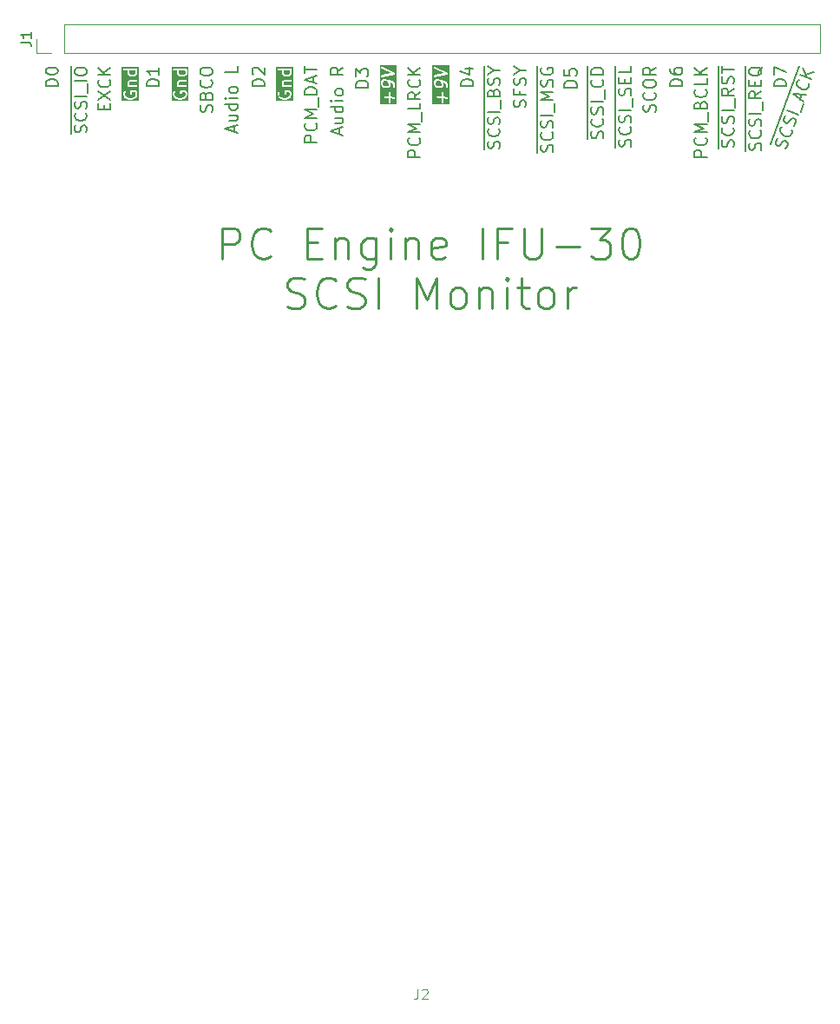
<source format=gto>
G04 #@! TF.GenerationSoftware,KiCad,Pcbnew,9.0.1*
G04 #@! TF.CreationDate,2025-04-18T23:06:30-04:00*
G04 #@! TF.ProjectId,PCE_SCSI_Logic,5043455f-5343-4534-995f-4c6f6769632e,rev?*
G04 #@! TF.SameCoordinates,Original*
G04 #@! TF.FileFunction,Legend,Top*
G04 #@! TF.FilePolarity,Positive*
%FSLAX46Y46*%
G04 Gerber Fmt 4.6, Leading zero omitted, Abs format (unit mm)*
G04 Created by KiCad (PCBNEW 9.0.1) date 2025-04-18 23:06:30*
%MOMM*%
%LPD*%
G01*
G04 APERTURE LIST*
%ADD10C,0.150000*%
%ADD11C,0.180000*%
%ADD12C,0.250000*%
%ADD13C,0.100000*%
%ADD14C,0.120000*%
%ADD15C,1.200000*%
%ADD16R,1.700000X1.700000*%
%ADD17C,1.700000*%
G04 APERTURE END LIST*
D10*
X172538200Y-70820112D02*
X172595342Y-70648684D01*
X172595342Y-70648684D02*
X172595342Y-70362969D01*
X172595342Y-70362969D02*
X172538200Y-70248684D01*
X172538200Y-70248684D02*
X172481057Y-70191541D01*
X172481057Y-70191541D02*
X172366771Y-70134398D01*
X172366771Y-70134398D02*
X172252485Y-70134398D01*
X172252485Y-70134398D02*
X172138200Y-70191541D01*
X172138200Y-70191541D02*
X172081057Y-70248684D01*
X172081057Y-70248684D02*
X172023914Y-70362969D01*
X172023914Y-70362969D02*
X171966771Y-70591541D01*
X171966771Y-70591541D02*
X171909628Y-70705826D01*
X171909628Y-70705826D02*
X171852485Y-70762969D01*
X171852485Y-70762969D02*
X171738200Y-70820112D01*
X171738200Y-70820112D02*
X171623914Y-70820112D01*
X171623914Y-70820112D02*
X171509628Y-70762969D01*
X171509628Y-70762969D02*
X171452485Y-70705826D01*
X171452485Y-70705826D02*
X171395342Y-70591541D01*
X171395342Y-70591541D02*
X171395342Y-70305826D01*
X171395342Y-70305826D02*
X171452485Y-70134398D01*
X172481057Y-68934398D02*
X172538200Y-68991541D01*
X172538200Y-68991541D02*
X172595342Y-69162969D01*
X172595342Y-69162969D02*
X172595342Y-69277255D01*
X172595342Y-69277255D02*
X172538200Y-69448684D01*
X172538200Y-69448684D02*
X172423914Y-69562969D01*
X172423914Y-69562969D02*
X172309628Y-69620112D01*
X172309628Y-69620112D02*
X172081057Y-69677255D01*
X172081057Y-69677255D02*
X171909628Y-69677255D01*
X171909628Y-69677255D02*
X171681057Y-69620112D01*
X171681057Y-69620112D02*
X171566771Y-69562969D01*
X171566771Y-69562969D02*
X171452485Y-69448684D01*
X171452485Y-69448684D02*
X171395342Y-69277255D01*
X171395342Y-69277255D02*
X171395342Y-69162969D01*
X171395342Y-69162969D02*
X171452485Y-68991541D01*
X171452485Y-68991541D02*
X171509628Y-68934398D01*
X171395342Y-68191541D02*
X171395342Y-67962969D01*
X171395342Y-67962969D02*
X171452485Y-67848684D01*
X171452485Y-67848684D02*
X171566771Y-67734398D01*
X171566771Y-67734398D02*
X171795342Y-67677255D01*
X171795342Y-67677255D02*
X172195342Y-67677255D01*
X172195342Y-67677255D02*
X172423914Y-67734398D01*
X172423914Y-67734398D02*
X172538200Y-67848684D01*
X172538200Y-67848684D02*
X172595342Y-67962969D01*
X172595342Y-67962969D02*
X172595342Y-68191541D01*
X172595342Y-68191541D02*
X172538200Y-68305827D01*
X172538200Y-68305827D02*
X172423914Y-68420112D01*
X172423914Y-68420112D02*
X172195342Y-68477255D01*
X172195342Y-68477255D02*
X171795342Y-68477255D01*
X171795342Y-68477255D02*
X171566771Y-68420112D01*
X171566771Y-68420112D02*
X171452485Y-68305827D01*
X171452485Y-68305827D02*
X171395342Y-68191541D01*
X172595342Y-66477255D02*
X172023914Y-66877255D01*
X172595342Y-67162969D02*
X171395342Y-67162969D01*
X171395342Y-67162969D02*
X171395342Y-66705826D01*
X171395342Y-66705826D02*
X171452485Y-66591541D01*
X171452485Y-66591541D02*
X171509628Y-66534398D01*
X171509628Y-66534398D02*
X171623914Y-66477255D01*
X171623914Y-66477255D02*
X171795342Y-66477255D01*
X171795342Y-66477255D02*
X171909628Y-66534398D01*
X171909628Y-66534398D02*
X171966771Y-66591541D01*
X171966771Y-66591541D02*
X172023914Y-66705826D01*
X172023914Y-66705826D02*
X172023914Y-67162969D01*
X117038200Y-72820113D02*
X117095342Y-72648685D01*
X117095342Y-72648685D02*
X117095342Y-72362970D01*
X117095342Y-72362970D02*
X117038200Y-72248685D01*
X117038200Y-72248685D02*
X116981057Y-72191542D01*
X116981057Y-72191542D02*
X116866771Y-72134399D01*
X116866771Y-72134399D02*
X116752485Y-72134399D01*
X116752485Y-72134399D02*
X116638200Y-72191542D01*
X116638200Y-72191542D02*
X116581057Y-72248685D01*
X116581057Y-72248685D02*
X116523914Y-72362970D01*
X116523914Y-72362970D02*
X116466771Y-72591542D01*
X116466771Y-72591542D02*
X116409628Y-72705827D01*
X116409628Y-72705827D02*
X116352485Y-72762970D01*
X116352485Y-72762970D02*
X116238200Y-72820113D01*
X116238200Y-72820113D02*
X116123914Y-72820113D01*
X116123914Y-72820113D02*
X116009628Y-72762970D01*
X116009628Y-72762970D02*
X115952485Y-72705827D01*
X115952485Y-72705827D02*
X115895342Y-72591542D01*
X115895342Y-72591542D02*
X115895342Y-72305827D01*
X115895342Y-72305827D02*
X115952485Y-72134399D01*
X116981057Y-70934399D02*
X117038200Y-70991542D01*
X117038200Y-70991542D02*
X117095342Y-71162970D01*
X117095342Y-71162970D02*
X117095342Y-71277256D01*
X117095342Y-71277256D02*
X117038200Y-71448685D01*
X117038200Y-71448685D02*
X116923914Y-71562970D01*
X116923914Y-71562970D02*
X116809628Y-71620113D01*
X116809628Y-71620113D02*
X116581057Y-71677256D01*
X116581057Y-71677256D02*
X116409628Y-71677256D01*
X116409628Y-71677256D02*
X116181057Y-71620113D01*
X116181057Y-71620113D02*
X116066771Y-71562970D01*
X116066771Y-71562970D02*
X115952485Y-71448685D01*
X115952485Y-71448685D02*
X115895342Y-71277256D01*
X115895342Y-71277256D02*
X115895342Y-71162970D01*
X115895342Y-71162970D02*
X115952485Y-70991542D01*
X115952485Y-70991542D02*
X116009628Y-70934399D01*
X117038200Y-70477256D02*
X117095342Y-70305828D01*
X117095342Y-70305828D02*
X117095342Y-70020113D01*
X117095342Y-70020113D02*
X117038200Y-69905828D01*
X117038200Y-69905828D02*
X116981057Y-69848685D01*
X116981057Y-69848685D02*
X116866771Y-69791542D01*
X116866771Y-69791542D02*
X116752485Y-69791542D01*
X116752485Y-69791542D02*
X116638200Y-69848685D01*
X116638200Y-69848685D02*
X116581057Y-69905828D01*
X116581057Y-69905828D02*
X116523914Y-70020113D01*
X116523914Y-70020113D02*
X116466771Y-70248685D01*
X116466771Y-70248685D02*
X116409628Y-70362970D01*
X116409628Y-70362970D02*
X116352485Y-70420113D01*
X116352485Y-70420113D02*
X116238200Y-70477256D01*
X116238200Y-70477256D02*
X116123914Y-70477256D01*
X116123914Y-70477256D02*
X116009628Y-70420113D01*
X116009628Y-70420113D02*
X115952485Y-70362970D01*
X115952485Y-70362970D02*
X115895342Y-70248685D01*
X115895342Y-70248685D02*
X115895342Y-69962970D01*
X115895342Y-69962970D02*
X115952485Y-69791542D01*
X117095342Y-69277256D02*
X115895342Y-69277256D01*
X117209628Y-68991542D02*
X117209628Y-68077256D01*
X117095342Y-67791541D02*
X115895342Y-67791541D01*
X115895342Y-66991541D02*
X115895342Y-66762969D01*
X115895342Y-66762969D02*
X115952485Y-66648684D01*
X115952485Y-66648684D02*
X116066771Y-66534398D01*
X116066771Y-66534398D02*
X116295342Y-66477255D01*
X116295342Y-66477255D02*
X116695342Y-66477255D01*
X116695342Y-66477255D02*
X116923914Y-66534398D01*
X116923914Y-66534398D02*
X117038200Y-66648684D01*
X117038200Y-66648684D02*
X117095342Y-66762969D01*
X117095342Y-66762969D02*
X117095342Y-66991541D01*
X117095342Y-66991541D02*
X117038200Y-67105827D01*
X117038200Y-67105827D02*
X116923914Y-67220112D01*
X116923914Y-67220112D02*
X116695342Y-67277255D01*
X116695342Y-67277255D02*
X116295342Y-67277255D01*
X116295342Y-67277255D02*
X116066771Y-67220112D01*
X116066771Y-67220112D02*
X115952485Y-67105827D01*
X115952485Y-67105827D02*
X115895342Y-66991541D01*
X115562200Y-72928685D02*
X115562200Y-66368684D01*
D11*
G36*
X151527204Y-67817166D02*
G01*
X151613682Y-67871215D01*
X151653596Y-67916119D01*
X151696640Y-68007584D01*
X151696640Y-68193538D01*
X151657835Y-68266296D01*
X151625417Y-68294662D01*
X151547228Y-68323983D01*
X151303217Y-68293481D01*
X151216738Y-68239432D01*
X151176825Y-68194530D01*
X151133782Y-68103062D01*
X151133782Y-67917110D01*
X151172586Y-67844352D01*
X151205006Y-67815985D01*
X151283193Y-67786665D01*
X151527204Y-67817166D01*
G37*
G36*
X152467115Y-70094785D02*
G01*
X150820449Y-70094785D01*
X150820449Y-69365370D01*
X151239730Y-69365370D01*
X151249041Y-69399229D01*
X151270600Y-69426948D01*
X151301126Y-69444308D01*
X151318334Y-69448201D01*
X151696640Y-69495488D01*
X151696640Y-69873181D01*
X151698369Y-69890739D01*
X151711808Y-69923182D01*
X151736639Y-69948013D01*
X151769082Y-69961452D01*
X151804198Y-69961452D01*
X151836641Y-69948013D01*
X151861472Y-69923182D01*
X151874911Y-69890739D01*
X151876640Y-69873181D01*
X151876640Y-69517988D01*
X152232619Y-69562486D01*
X152250256Y-69562948D01*
X152284115Y-69553637D01*
X152311834Y-69532078D01*
X152329193Y-69501552D01*
X152333549Y-69466707D01*
X152324238Y-69432848D01*
X152302679Y-69405129D01*
X152272153Y-69387769D01*
X152254945Y-69383876D01*
X151876640Y-69336588D01*
X151876640Y-68958896D01*
X151874911Y-68941338D01*
X151861472Y-68908895D01*
X151836641Y-68884064D01*
X151804198Y-68870625D01*
X151769082Y-68870625D01*
X151736639Y-68884064D01*
X151711808Y-68908895D01*
X151698369Y-68941338D01*
X151696640Y-68958896D01*
X151696640Y-69314088D01*
X151340660Y-69269591D01*
X151323023Y-69269129D01*
X151289164Y-69278440D01*
X151261445Y-69299999D01*
X151244085Y-69330525D01*
X151239730Y-69365370D01*
X150820449Y-69365370D01*
X150820449Y-67894610D01*
X150953782Y-67894610D01*
X150953782Y-68123182D01*
X150955511Y-68140740D01*
X150956335Y-68142730D01*
X150956437Y-68144881D01*
X150962348Y-68161504D01*
X151019492Y-68282932D01*
X151022587Y-68288119D01*
X151023285Y-68290131D01*
X151026090Y-68293990D01*
X151028532Y-68298083D01*
X151030104Y-68299513D01*
X151033658Y-68304403D01*
X151090801Y-68368689D01*
X151095173Y-68372729D01*
X151096396Y-68374444D01*
X151100212Y-68377386D01*
X151103758Y-68380663D01*
X151105656Y-68381583D01*
X151110368Y-68385216D01*
X151224654Y-68456644D01*
X151240460Y-68464483D01*
X151242332Y-68464796D01*
X151243983Y-68465735D01*
X151261191Y-68469629D01*
X151546905Y-68505344D01*
X151564542Y-68505806D01*
X151568508Y-68504715D01*
X151572622Y-68504855D01*
X151589669Y-68500309D01*
X151703955Y-68457452D01*
X151715522Y-68451764D01*
X151717267Y-68451175D01*
X151718465Y-68450318D01*
X151719788Y-68449668D01*
X151721134Y-68448410D01*
X151731619Y-68440914D01*
X151788763Y-68390914D01*
X151797747Y-68381343D01*
X151799121Y-68380214D01*
X151799889Y-68379061D01*
X151800838Y-68378051D01*
X151801626Y-68376456D01*
X151808909Y-68365535D01*
X151866052Y-68258392D01*
X151872789Y-68242086D01*
X151873218Y-68237682D01*
X151874911Y-68233597D01*
X151876640Y-68216039D01*
X151876640Y-67987467D01*
X151874911Y-67969909D01*
X151874086Y-67967918D01*
X151873985Y-67965768D01*
X151868074Y-67949145D01*
X151839899Y-67889274D01*
X151913263Y-67916785D01*
X152067462Y-68038859D01*
X152110738Y-68087545D01*
X152153782Y-68179013D01*
X152153782Y-68387467D01*
X152155511Y-68405025D01*
X152168950Y-68437468D01*
X152193781Y-68462299D01*
X152226224Y-68475738D01*
X152261340Y-68475738D01*
X152293783Y-68462299D01*
X152318614Y-68437468D01*
X152332053Y-68405025D01*
X152333782Y-68387467D01*
X152333782Y-68158896D01*
X152332053Y-68141338D01*
X152331228Y-68139347D01*
X152331127Y-68137198D01*
X152325216Y-68120575D01*
X152268074Y-67999146D01*
X152264976Y-67993954D01*
X152264279Y-67991945D01*
X152261474Y-67988087D01*
X152259033Y-67983995D01*
X152257460Y-67982564D01*
X152253906Y-67977674D01*
X152196763Y-67913389D01*
X152191017Y-67908079D01*
X152185360Y-67902618D01*
X152013931Y-67766903D01*
X152007223Y-67762589D01*
X152005502Y-67760981D01*
X152002192Y-67759353D01*
X151999092Y-67757360D01*
X151996827Y-67756716D01*
X151989669Y-67753197D01*
X151761098Y-67667483D01*
X151758799Y-67666869D01*
X151757869Y-67666341D01*
X151750923Y-67664769D01*
X151744051Y-67662937D01*
X151742982Y-67662973D01*
X151740661Y-67662448D01*
X151283517Y-67605305D01*
X151265880Y-67604843D01*
X151261913Y-67605933D01*
X151257800Y-67605794D01*
X151240753Y-67610340D01*
X151126467Y-67653197D01*
X151114898Y-67658884D01*
X151113155Y-67659474D01*
X151111956Y-67660330D01*
X151110634Y-67660981D01*
X151109287Y-67662238D01*
X151098803Y-67669735D01*
X151041660Y-67719735D01*
X151032672Y-67729308D01*
X151031302Y-67730435D01*
X151030535Y-67731584D01*
X151029584Y-67732598D01*
X151028793Y-67734196D01*
X151021513Y-67745114D01*
X150964370Y-67852257D01*
X150957633Y-67868563D01*
X150957203Y-67872966D01*
X150955511Y-67877052D01*
X150953782Y-67894610D01*
X150820449Y-67894610D01*
X150820449Y-67323996D01*
X150953785Y-67323996D01*
X150960947Y-67358374D01*
X150980721Y-67387394D01*
X151010094Y-67406639D01*
X151044596Y-67413179D01*
X151062138Y-67411290D01*
X152262138Y-67161290D01*
X152278974Y-67156017D01*
X152284600Y-67152182D01*
X152290976Y-67149815D01*
X152298975Y-67142388D01*
X152307994Y-67136243D01*
X152311720Y-67130555D01*
X152316711Y-67125922D01*
X152321261Y-67115992D01*
X152327239Y-67106870D01*
X152328505Y-67100187D01*
X152331342Y-67093999D01*
X152331746Y-67083093D01*
X152333779Y-67072368D01*
X152332390Y-67065702D01*
X152332642Y-67058907D01*
X152328843Y-67048679D01*
X152326616Y-67037990D01*
X152322783Y-67032365D01*
X152320415Y-67025988D01*
X152312987Y-67017988D01*
X152306843Y-67008970D01*
X152301153Y-67005242D01*
X152296522Y-67000254D01*
X152281281Y-66991366D01*
X151081281Y-66441366D01*
X151064599Y-66435622D01*
X151029507Y-66434322D01*
X150996588Y-66446549D01*
X150970854Y-66470442D01*
X150956222Y-66502365D01*
X150954922Y-66537457D01*
X150967149Y-66570376D01*
X150991042Y-66596110D01*
X151006283Y-66604998D01*
X151957379Y-67040917D01*
X151025426Y-67235074D01*
X151008590Y-67240347D01*
X150979570Y-67260121D01*
X150960325Y-67289494D01*
X150953785Y-67323996D01*
X150820449Y-67323996D01*
X150820449Y-66300989D01*
X152467115Y-66300989D01*
X152467115Y-70094785D01*
G37*
D10*
X175195342Y-68305826D02*
X173995342Y-68305826D01*
X173995342Y-68305826D02*
X173995342Y-68020112D01*
X173995342Y-68020112D02*
X174052485Y-67848683D01*
X174052485Y-67848683D02*
X174166771Y-67734398D01*
X174166771Y-67734398D02*
X174281057Y-67677255D01*
X174281057Y-67677255D02*
X174509628Y-67620112D01*
X174509628Y-67620112D02*
X174681057Y-67620112D01*
X174681057Y-67620112D02*
X174909628Y-67677255D01*
X174909628Y-67677255D02*
X175023914Y-67734398D01*
X175023914Y-67734398D02*
X175138200Y-67848683D01*
X175138200Y-67848683D02*
X175195342Y-68020112D01*
X175195342Y-68020112D02*
X175195342Y-68305826D01*
X173995342Y-66591541D02*
X173995342Y-66820112D01*
X173995342Y-66820112D02*
X174052485Y-66934398D01*
X174052485Y-66934398D02*
X174109628Y-66991541D01*
X174109628Y-66991541D02*
X174281057Y-67105826D01*
X174281057Y-67105826D02*
X174509628Y-67162969D01*
X174509628Y-67162969D02*
X174966771Y-67162969D01*
X174966771Y-67162969D02*
X175081057Y-67105826D01*
X175081057Y-67105826D02*
X175138200Y-67048683D01*
X175138200Y-67048683D02*
X175195342Y-66934398D01*
X175195342Y-66934398D02*
X175195342Y-66705826D01*
X175195342Y-66705826D02*
X175138200Y-66591541D01*
X175138200Y-66591541D02*
X175081057Y-66534398D01*
X175081057Y-66534398D02*
X174966771Y-66477255D01*
X174966771Y-66477255D02*
X174681057Y-66477255D01*
X174681057Y-66477255D02*
X174566771Y-66534398D01*
X174566771Y-66534398D02*
X174509628Y-66591541D01*
X174509628Y-66591541D02*
X174452485Y-66705826D01*
X174452485Y-66705826D02*
X174452485Y-66934398D01*
X174452485Y-66934398D02*
X174509628Y-67048683D01*
X174509628Y-67048683D02*
X174566771Y-67105826D01*
X174566771Y-67105826D02*
X174681057Y-67162969D01*
X118766771Y-70591540D02*
X118766771Y-70191540D01*
X119395342Y-70020112D02*
X119395342Y-70591540D01*
X119395342Y-70591540D02*
X118195342Y-70591540D01*
X118195342Y-70591540D02*
X118195342Y-70020112D01*
X118195342Y-69620112D02*
X119395342Y-68820112D01*
X118195342Y-68820112D02*
X119395342Y-69620112D01*
X119281057Y-67677255D02*
X119338200Y-67734398D01*
X119338200Y-67734398D02*
X119395342Y-67905826D01*
X119395342Y-67905826D02*
X119395342Y-68020112D01*
X119395342Y-68020112D02*
X119338200Y-68191541D01*
X119338200Y-68191541D02*
X119223914Y-68305826D01*
X119223914Y-68305826D02*
X119109628Y-68362969D01*
X119109628Y-68362969D02*
X118881057Y-68420112D01*
X118881057Y-68420112D02*
X118709628Y-68420112D01*
X118709628Y-68420112D02*
X118481057Y-68362969D01*
X118481057Y-68362969D02*
X118366771Y-68305826D01*
X118366771Y-68305826D02*
X118252485Y-68191541D01*
X118252485Y-68191541D02*
X118195342Y-68020112D01*
X118195342Y-68020112D02*
X118195342Y-67905826D01*
X118195342Y-67905826D02*
X118252485Y-67734398D01*
X118252485Y-67734398D02*
X118309628Y-67677255D01*
X119395342Y-67162969D02*
X118195342Y-67162969D01*
X119395342Y-66477255D02*
X118709628Y-66991541D01*
X118195342Y-66477255D02*
X118881057Y-67162969D01*
X124145342Y-68305826D02*
X122945342Y-68305826D01*
X122945342Y-68305826D02*
X122945342Y-68020112D01*
X122945342Y-68020112D02*
X123002485Y-67848683D01*
X123002485Y-67848683D02*
X123116771Y-67734398D01*
X123116771Y-67734398D02*
X123231057Y-67677255D01*
X123231057Y-67677255D02*
X123459628Y-67620112D01*
X123459628Y-67620112D02*
X123631057Y-67620112D01*
X123631057Y-67620112D02*
X123859628Y-67677255D01*
X123859628Y-67677255D02*
X123973914Y-67734398D01*
X123973914Y-67734398D02*
X124088200Y-67848683D01*
X124088200Y-67848683D02*
X124145342Y-68020112D01*
X124145342Y-68020112D02*
X124145342Y-68305826D01*
X124145342Y-66477255D02*
X124145342Y-67162969D01*
X124145342Y-66820112D02*
X122945342Y-66820112D01*
X122945342Y-66820112D02*
X123116771Y-66934398D01*
X123116771Y-66934398D02*
X123231057Y-67048683D01*
X123231057Y-67048683D02*
X123288200Y-67162969D01*
X134445342Y-68305826D02*
X133245342Y-68305826D01*
X133245342Y-68305826D02*
X133245342Y-68020112D01*
X133245342Y-68020112D02*
X133302485Y-67848683D01*
X133302485Y-67848683D02*
X133416771Y-67734398D01*
X133416771Y-67734398D02*
X133531057Y-67677255D01*
X133531057Y-67677255D02*
X133759628Y-67620112D01*
X133759628Y-67620112D02*
X133931057Y-67620112D01*
X133931057Y-67620112D02*
X134159628Y-67677255D01*
X134159628Y-67677255D02*
X134273914Y-67734398D01*
X134273914Y-67734398D02*
X134388200Y-67848683D01*
X134388200Y-67848683D02*
X134445342Y-68020112D01*
X134445342Y-68020112D02*
X134445342Y-68305826D01*
X133359628Y-67162969D02*
X133302485Y-67105826D01*
X133302485Y-67105826D02*
X133245342Y-66991541D01*
X133245342Y-66991541D02*
X133245342Y-66705826D01*
X133245342Y-66705826D02*
X133302485Y-66591541D01*
X133302485Y-66591541D02*
X133359628Y-66534398D01*
X133359628Y-66534398D02*
X133473914Y-66477255D01*
X133473914Y-66477255D02*
X133588200Y-66477255D01*
X133588200Y-66477255D02*
X133759628Y-66534398D01*
X133759628Y-66534398D02*
X134445342Y-67220112D01*
X134445342Y-67220112D02*
X134445342Y-66477255D01*
X129288200Y-70820112D02*
X129345342Y-70648684D01*
X129345342Y-70648684D02*
X129345342Y-70362969D01*
X129345342Y-70362969D02*
X129288200Y-70248684D01*
X129288200Y-70248684D02*
X129231057Y-70191541D01*
X129231057Y-70191541D02*
X129116771Y-70134398D01*
X129116771Y-70134398D02*
X129002485Y-70134398D01*
X129002485Y-70134398D02*
X128888200Y-70191541D01*
X128888200Y-70191541D02*
X128831057Y-70248684D01*
X128831057Y-70248684D02*
X128773914Y-70362969D01*
X128773914Y-70362969D02*
X128716771Y-70591541D01*
X128716771Y-70591541D02*
X128659628Y-70705826D01*
X128659628Y-70705826D02*
X128602485Y-70762969D01*
X128602485Y-70762969D02*
X128488200Y-70820112D01*
X128488200Y-70820112D02*
X128373914Y-70820112D01*
X128373914Y-70820112D02*
X128259628Y-70762969D01*
X128259628Y-70762969D02*
X128202485Y-70705826D01*
X128202485Y-70705826D02*
X128145342Y-70591541D01*
X128145342Y-70591541D02*
X128145342Y-70305826D01*
X128145342Y-70305826D02*
X128202485Y-70134398D01*
X128716771Y-69220112D02*
X128773914Y-69048684D01*
X128773914Y-69048684D02*
X128831057Y-68991541D01*
X128831057Y-68991541D02*
X128945342Y-68934398D01*
X128945342Y-68934398D02*
X129116771Y-68934398D01*
X129116771Y-68934398D02*
X129231057Y-68991541D01*
X129231057Y-68991541D02*
X129288200Y-69048684D01*
X129288200Y-69048684D02*
X129345342Y-69162969D01*
X129345342Y-69162969D02*
X129345342Y-69620112D01*
X129345342Y-69620112D02*
X128145342Y-69620112D01*
X128145342Y-69620112D02*
X128145342Y-69220112D01*
X128145342Y-69220112D02*
X128202485Y-69105827D01*
X128202485Y-69105827D02*
X128259628Y-69048684D01*
X128259628Y-69048684D02*
X128373914Y-68991541D01*
X128373914Y-68991541D02*
X128488200Y-68991541D01*
X128488200Y-68991541D02*
X128602485Y-69048684D01*
X128602485Y-69048684D02*
X128659628Y-69105827D01*
X128659628Y-69105827D02*
X128716771Y-69220112D01*
X128716771Y-69220112D02*
X128716771Y-69620112D01*
X129231057Y-67734398D02*
X129288200Y-67791541D01*
X129288200Y-67791541D02*
X129345342Y-67962969D01*
X129345342Y-67962969D02*
X129345342Y-68077255D01*
X129345342Y-68077255D02*
X129288200Y-68248684D01*
X129288200Y-68248684D02*
X129173914Y-68362969D01*
X129173914Y-68362969D02*
X129059628Y-68420112D01*
X129059628Y-68420112D02*
X128831057Y-68477255D01*
X128831057Y-68477255D02*
X128659628Y-68477255D01*
X128659628Y-68477255D02*
X128431057Y-68420112D01*
X128431057Y-68420112D02*
X128316771Y-68362969D01*
X128316771Y-68362969D02*
X128202485Y-68248684D01*
X128202485Y-68248684D02*
X128145342Y-68077255D01*
X128145342Y-68077255D02*
X128145342Y-67962969D01*
X128145342Y-67962969D02*
X128202485Y-67791541D01*
X128202485Y-67791541D02*
X128259628Y-67734398D01*
X128145342Y-66991541D02*
X128145342Y-66762969D01*
X128145342Y-66762969D02*
X128202485Y-66648684D01*
X128202485Y-66648684D02*
X128316771Y-66534398D01*
X128316771Y-66534398D02*
X128545342Y-66477255D01*
X128545342Y-66477255D02*
X128945342Y-66477255D01*
X128945342Y-66477255D02*
X129173914Y-66534398D01*
X129173914Y-66534398D02*
X129288200Y-66648684D01*
X129288200Y-66648684D02*
X129345342Y-66762969D01*
X129345342Y-66762969D02*
X129345342Y-66991541D01*
X129345342Y-66991541D02*
X129288200Y-67105827D01*
X129288200Y-67105827D02*
X129173914Y-67220112D01*
X129173914Y-67220112D02*
X128945342Y-67277255D01*
X128945342Y-67277255D02*
X128545342Y-67277255D01*
X128545342Y-67277255D02*
X128316771Y-67220112D01*
X128316771Y-67220112D02*
X128202485Y-67105827D01*
X128202485Y-67105827D02*
X128145342Y-66991541D01*
X180188200Y-74248684D02*
X180245342Y-74077256D01*
X180245342Y-74077256D02*
X180245342Y-73791541D01*
X180245342Y-73791541D02*
X180188200Y-73677256D01*
X180188200Y-73677256D02*
X180131057Y-73620113D01*
X180131057Y-73620113D02*
X180016771Y-73562970D01*
X180016771Y-73562970D02*
X179902485Y-73562970D01*
X179902485Y-73562970D02*
X179788200Y-73620113D01*
X179788200Y-73620113D02*
X179731057Y-73677256D01*
X179731057Y-73677256D02*
X179673914Y-73791541D01*
X179673914Y-73791541D02*
X179616771Y-74020113D01*
X179616771Y-74020113D02*
X179559628Y-74134398D01*
X179559628Y-74134398D02*
X179502485Y-74191541D01*
X179502485Y-74191541D02*
X179388200Y-74248684D01*
X179388200Y-74248684D02*
X179273914Y-74248684D01*
X179273914Y-74248684D02*
X179159628Y-74191541D01*
X179159628Y-74191541D02*
X179102485Y-74134398D01*
X179102485Y-74134398D02*
X179045342Y-74020113D01*
X179045342Y-74020113D02*
X179045342Y-73734398D01*
X179045342Y-73734398D02*
X179102485Y-73562970D01*
X180131057Y-72362970D02*
X180188200Y-72420113D01*
X180188200Y-72420113D02*
X180245342Y-72591541D01*
X180245342Y-72591541D02*
X180245342Y-72705827D01*
X180245342Y-72705827D02*
X180188200Y-72877256D01*
X180188200Y-72877256D02*
X180073914Y-72991541D01*
X180073914Y-72991541D02*
X179959628Y-73048684D01*
X179959628Y-73048684D02*
X179731057Y-73105827D01*
X179731057Y-73105827D02*
X179559628Y-73105827D01*
X179559628Y-73105827D02*
X179331057Y-73048684D01*
X179331057Y-73048684D02*
X179216771Y-72991541D01*
X179216771Y-72991541D02*
X179102485Y-72877256D01*
X179102485Y-72877256D02*
X179045342Y-72705827D01*
X179045342Y-72705827D02*
X179045342Y-72591541D01*
X179045342Y-72591541D02*
X179102485Y-72420113D01*
X179102485Y-72420113D02*
X179159628Y-72362970D01*
X180188200Y-71905827D02*
X180245342Y-71734399D01*
X180245342Y-71734399D02*
X180245342Y-71448684D01*
X180245342Y-71448684D02*
X180188200Y-71334399D01*
X180188200Y-71334399D02*
X180131057Y-71277256D01*
X180131057Y-71277256D02*
X180016771Y-71220113D01*
X180016771Y-71220113D02*
X179902485Y-71220113D01*
X179902485Y-71220113D02*
X179788200Y-71277256D01*
X179788200Y-71277256D02*
X179731057Y-71334399D01*
X179731057Y-71334399D02*
X179673914Y-71448684D01*
X179673914Y-71448684D02*
X179616771Y-71677256D01*
X179616771Y-71677256D02*
X179559628Y-71791541D01*
X179559628Y-71791541D02*
X179502485Y-71848684D01*
X179502485Y-71848684D02*
X179388200Y-71905827D01*
X179388200Y-71905827D02*
X179273914Y-71905827D01*
X179273914Y-71905827D02*
X179159628Y-71848684D01*
X179159628Y-71848684D02*
X179102485Y-71791541D01*
X179102485Y-71791541D02*
X179045342Y-71677256D01*
X179045342Y-71677256D02*
X179045342Y-71391541D01*
X179045342Y-71391541D02*
X179102485Y-71220113D01*
X180245342Y-70705827D02*
X179045342Y-70705827D01*
X180359628Y-70420113D02*
X180359628Y-69505827D01*
X180245342Y-68534398D02*
X179673914Y-68934398D01*
X180245342Y-69220112D02*
X179045342Y-69220112D01*
X179045342Y-69220112D02*
X179045342Y-68762969D01*
X179045342Y-68762969D02*
X179102485Y-68648684D01*
X179102485Y-68648684D02*
X179159628Y-68591541D01*
X179159628Y-68591541D02*
X179273914Y-68534398D01*
X179273914Y-68534398D02*
X179445342Y-68534398D01*
X179445342Y-68534398D02*
X179559628Y-68591541D01*
X179559628Y-68591541D02*
X179616771Y-68648684D01*
X179616771Y-68648684D02*
X179673914Y-68762969D01*
X179673914Y-68762969D02*
X179673914Y-69220112D01*
X180188200Y-68077255D02*
X180245342Y-67905827D01*
X180245342Y-67905827D02*
X180245342Y-67620112D01*
X180245342Y-67620112D02*
X180188200Y-67505827D01*
X180188200Y-67505827D02*
X180131057Y-67448684D01*
X180131057Y-67448684D02*
X180016771Y-67391541D01*
X180016771Y-67391541D02*
X179902485Y-67391541D01*
X179902485Y-67391541D02*
X179788200Y-67448684D01*
X179788200Y-67448684D02*
X179731057Y-67505827D01*
X179731057Y-67505827D02*
X179673914Y-67620112D01*
X179673914Y-67620112D02*
X179616771Y-67848684D01*
X179616771Y-67848684D02*
X179559628Y-67962969D01*
X179559628Y-67962969D02*
X179502485Y-68020112D01*
X179502485Y-68020112D02*
X179388200Y-68077255D01*
X179388200Y-68077255D02*
X179273914Y-68077255D01*
X179273914Y-68077255D02*
X179159628Y-68020112D01*
X179159628Y-68020112D02*
X179102485Y-67962969D01*
X179102485Y-67962969D02*
X179045342Y-67848684D01*
X179045342Y-67848684D02*
X179045342Y-67562969D01*
X179045342Y-67562969D02*
X179102485Y-67391541D01*
X179045342Y-67048684D02*
X179045342Y-66362970D01*
X180245342Y-66705827D02*
X179045342Y-66705827D01*
X178712200Y-74357256D02*
X178712200Y-66368684D01*
X185272428Y-74398923D02*
X185384756Y-74257377D01*
X185384756Y-74257377D02*
X185482476Y-73988894D01*
X185482476Y-73988894D02*
X185467868Y-73861956D01*
X185467868Y-73861956D02*
X185433715Y-73788715D01*
X185433715Y-73788715D02*
X185345865Y-73695931D01*
X185345865Y-73695931D02*
X185238472Y-73656843D01*
X185238472Y-73656843D02*
X185111535Y-73671451D01*
X185111535Y-73671451D02*
X185038294Y-73705604D01*
X185038294Y-73705604D02*
X184945509Y-73793454D01*
X184945509Y-73793454D02*
X184813636Y-73988696D01*
X184813636Y-73988696D02*
X184720852Y-74076546D01*
X184720852Y-74076546D02*
X184647611Y-74110699D01*
X184647611Y-74110699D02*
X184520673Y-74125307D01*
X184520673Y-74125307D02*
X184413280Y-74086219D01*
X184413280Y-74086219D02*
X184325431Y-73993435D01*
X184325431Y-73993435D02*
X184291278Y-73920194D01*
X184291278Y-73920194D02*
X184276669Y-73793256D01*
X184276669Y-73793256D02*
X184374389Y-73524773D01*
X184374389Y-73524773D02*
X184486718Y-73383227D01*
X185863683Y-72607388D02*
X185897836Y-72680628D01*
X185897836Y-72680628D02*
X185892900Y-72861263D01*
X185892900Y-72861263D02*
X185853812Y-72968656D01*
X185853812Y-72968656D02*
X185741484Y-73110202D01*
X185741484Y-73110202D02*
X185595002Y-73178508D01*
X185595002Y-73178508D02*
X185468065Y-73193116D01*
X185468065Y-73193116D02*
X185233734Y-73168637D01*
X185233734Y-73168637D02*
X185072644Y-73110005D01*
X185072644Y-73110005D02*
X184877401Y-72978132D01*
X184877401Y-72978132D02*
X184789551Y-72885348D01*
X184789551Y-72885348D02*
X184721246Y-72738866D01*
X184721246Y-72738866D02*
X184726181Y-72558232D01*
X184726181Y-72558232D02*
X184765269Y-72450838D01*
X184765269Y-72450838D02*
X184877598Y-72309292D01*
X184877598Y-72309292D02*
X184950839Y-72275140D01*
X186073732Y-72197358D02*
X186186061Y-72055812D01*
X186186061Y-72055812D02*
X186283781Y-71787328D01*
X186283781Y-71787328D02*
X186269172Y-71660391D01*
X186269172Y-71660391D02*
X186235019Y-71587150D01*
X186235019Y-71587150D02*
X186147170Y-71494365D01*
X186147170Y-71494365D02*
X186039776Y-71455277D01*
X186039776Y-71455277D02*
X185912839Y-71469886D01*
X185912839Y-71469886D02*
X185839598Y-71504039D01*
X185839598Y-71504039D02*
X185746813Y-71591888D01*
X185746813Y-71591888D02*
X185614941Y-71787131D01*
X185614941Y-71787131D02*
X185522156Y-71874980D01*
X185522156Y-71874980D02*
X185448915Y-71909133D01*
X185448915Y-71909133D02*
X185321978Y-71923742D01*
X185321978Y-71923742D02*
X185214584Y-71884654D01*
X185214584Y-71884654D02*
X185126735Y-71791869D01*
X185126735Y-71791869D02*
X185092582Y-71718628D01*
X185092582Y-71718628D02*
X185077973Y-71591691D01*
X185077973Y-71591691D02*
X185175693Y-71323207D01*
X185175693Y-71323207D02*
X185288022Y-71181661D01*
X186537853Y-71089271D02*
X185410222Y-70678847D01*
X186742966Y-70859875D02*
X187055670Y-70000727D01*
X186704273Y-69629588D02*
X186899713Y-69092621D01*
X186987365Y-69854246D02*
X185996542Y-69067944D01*
X185996542Y-69067944D02*
X187260981Y-69102492D01*
X187524924Y-68043166D02*
X187559076Y-68116407D01*
X187559076Y-68116407D02*
X187554141Y-68297041D01*
X187554141Y-68297041D02*
X187515053Y-68404435D01*
X187515053Y-68404435D02*
X187402724Y-68545981D01*
X187402724Y-68545981D02*
X187256243Y-68614286D01*
X187256243Y-68614286D02*
X187129305Y-68628895D01*
X187129305Y-68628895D02*
X186894975Y-68604416D01*
X186894975Y-68604416D02*
X186733884Y-68545784D01*
X186733884Y-68545784D02*
X186538642Y-68413911D01*
X186538642Y-68413911D02*
X186450792Y-68321126D01*
X186450792Y-68321126D02*
X186382487Y-68174645D01*
X186382487Y-68174645D02*
X186387422Y-67994010D01*
X186387422Y-67994010D02*
X186426510Y-67886617D01*
X186426510Y-67886617D02*
X186538839Y-67745071D01*
X186538839Y-67745071D02*
X186612080Y-67710918D01*
X187808213Y-67598984D02*
X186680582Y-67188560D01*
X188042741Y-66954623D02*
X187222485Y-67203366D01*
X186915110Y-66544199D02*
X187324943Y-67423088D01*
X183848308Y-73996125D02*
X186639192Y-66328234D01*
X167438200Y-73391541D02*
X167495342Y-73220113D01*
X167495342Y-73220113D02*
X167495342Y-72934398D01*
X167495342Y-72934398D02*
X167438200Y-72820113D01*
X167438200Y-72820113D02*
X167381057Y-72762970D01*
X167381057Y-72762970D02*
X167266771Y-72705827D01*
X167266771Y-72705827D02*
X167152485Y-72705827D01*
X167152485Y-72705827D02*
X167038200Y-72762970D01*
X167038200Y-72762970D02*
X166981057Y-72820113D01*
X166981057Y-72820113D02*
X166923914Y-72934398D01*
X166923914Y-72934398D02*
X166866771Y-73162970D01*
X166866771Y-73162970D02*
X166809628Y-73277255D01*
X166809628Y-73277255D02*
X166752485Y-73334398D01*
X166752485Y-73334398D02*
X166638200Y-73391541D01*
X166638200Y-73391541D02*
X166523914Y-73391541D01*
X166523914Y-73391541D02*
X166409628Y-73334398D01*
X166409628Y-73334398D02*
X166352485Y-73277255D01*
X166352485Y-73277255D02*
X166295342Y-73162970D01*
X166295342Y-73162970D02*
X166295342Y-72877255D01*
X166295342Y-72877255D02*
X166352485Y-72705827D01*
X167381057Y-71505827D02*
X167438200Y-71562970D01*
X167438200Y-71562970D02*
X167495342Y-71734398D01*
X167495342Y-71734398D02*
X167495342Y-71848684D01*
X167495342Y-71848684D02*
X167438200Y-72020113D01*
X167438200Y-72020113D02*
X167323914Y-72134398D01*
X167323914Y-72134398D02*
X167209628Y-72191541D01*
X167209628Y-72191541D02*
X166981057Y-72248684D01*
X166981057Y-72248684D02*
X166809628Y-72248684D01*
X166809628Y-72248684D02*
X166581057Y-72191541D01*
X166581057Y-72191541D02*
X166466771Y-72134398D01*
X166466771Y-72134398D02*
X166352485Y-72020113D01*
X166352485Y-72020113D02*
X166295342Y-71848684D01*
X166295342Y-71848684D02*
X166295342Y-71734398D01*
X166295342Y-71734398D02*
X166352485Y-71562970D01*
X166352485Y-71562970D02*
X166409628Y-71505827D01*
X167438200Y-71048684D02*
X167495342Y-70877256D01*
X167495342Y-70877256D02*
X167495342Y-70591541D01*
X167495342Y-70591541D02*
X167438200Y-70477256D01*
X167438200Y-70477256D02*
X167381057Y-70420113D01*
X167381057Y-70420113D02*
X167266771Y-70362970D01*
X167266771Y-70362970D02*
X167152485Y-70362970D01*
X167152485Y-70362970D02*
X167038200Y-70420113D01*
X167038200Y-70420113D02*
X166981057Y-70477256D01*
X166981057Y-70477256D02*
X166923914Y-70591541D01*
X166923914Y-70591541D02*
X166866771Y-70820113D01*
X166866771Y-70820113D02*
X166809628Y-70934398D01*
X166809628Y-70934398D02*
X166752485Y-70991541D01*
X166752485Y-70991541D02*
X166638200Y-71048684D01*
X166638200Y-71048684D02*
X166523914Y-71048684D01*
X166523914Y-71048684D02*
X166409628Y-70991541D01*
X166409628Y-70991541D02*
X166352485Y-70934398D01*
X166352485Y-70934398D02*
X166295342Y-70820113D01*
X166295342Y-70820113D02*
X166295342Y-70534398D01*
X166295342Y-70534398D02*
X166352485Y-70362970D01*
X167495342Y-69848684D02*
X166295342Y-69848684D01*
X167609628Y-69562970D02*
X167609628Y-68648684D01*
X167381057Y-67677255D02*
X167438200Y-67734398D01*
X167438200Y-67734398D02*
X167495342Y-67905826D01*
X167495342Y-67905826D02*
X167495342Y-68020112D01*
X167495342Y-68020112D02*
X167438200Y-68191541D01*
X167438200Y-68191541D02*
X167323914Y-68305826D01*
X167323914Y-68305826D02*
X167209628Y-68362969D01*
X167209628Y-68362969D02*
X166981057Y-68420112D01*
X166981057Y-68420112D02*
X166809628Y-68420112D01*
X166809628Y-68420112D02*
X166581057Y-68362969D01*
X166581057Y-68362969D02*
X166466771Y-68305826D01*
X166466771Y-68305826D02*
X166352485Y-68191541D01*
X166352485Y-68191541D02*
X166295342Y-68020112D01*
X166295342Y-68020112D02*
X166295342Y-67905826D01*
X166295342Y-67905826D02*
X166352485Y-67734398D01*
X166352485Y-67734398D02*
X166409628Y-67677255D01*
X167495342Y-67162969D02*
X166295342Y-67162969D01*
X166295342Y-67162969D02*
X166295342Y-66877255D01*
X166295342Y-66877255D02*
X166352485Y-66705826D01*
X166352485Y-66705826D02*
X166466771Y-66591541D01*
X166466771Y-66591541D02*
X166581057Y-66534398D01*
X166581057Y-66534398D02*
X166809628Y-66477255D01*
X166809628Y-66477255D02*
X166981057Y-66477255D01*
X166981057Y-66477255D02*
X167209628Y-66534398D01*
X167209628Y-66534398D02*
X167323914Y-66591541D01*
X167323914Y-66591541D02*
X167438200Y-66705826D01*
X167438200Y-66705826D02*
X167495342Y-66877255D01*
X167495342Y-66877255D02*
X167495342Y-67162969D01*
X165962200Y-73500113D02*
X165962200Y-66368684D01*
X170138200Y-74191541D02*
X170195342Y-74020113D01*
X170195342Y-74020113D02*
X170195342Y-73734398D01*
X170195342Y-73734398D02*
X170138200Y-73620113D01*
X170138200Y-73620113D02*
X170081057Y-73562970D01*
X170081057Y-73562970D02*
X169966771Y-73505827D01*
X169966771Y-73505827D02*
X169852485Y-73505827D01*
X169852485Y-73505827D02*
X169738200Y-73562970D01*
X169738200Y-73562970D02*
X169681057Y-73620113D01*
X169681057Y-73620113D02*
X169623914Y-73734398D01*
X169623914Y-73734398D02*
X169566771Y-73962970D01*
X169566771Y-73962970D02*
X169509628Y-74077255D01*
X169509628Y-74077255D02*
X169452485Y-74134398D01*
X169452485Y-74134398D02*
X169338200Y-74191541D01*
X169338200Y-74191541D02*
X169223914Y-74191541D01*
X169223914Y-74191541D02*
X169109628Y-74134398D01*
X169109628Y-74134398D02*
X169052485Y-74077255D01*
X169052485Y-74077255D02*
X168995342Y-73962970D01*
X168995342Y-73962970D02*
X168995342Y-73677255D01*
X168995342Y-73677255D02*
X169052485Y-73505827D01*
X170081057Y-72305827D02*
X170138200Y-72362970D01*
X170138200Y-72362970D02*
X170195342Y-72534398D01*
X170195342Y-72534398D02*
X170195342Y-72648684D01*
X170195342Y-72648684D02*
X170138200Y-72820113D01*
X170138200Y-72820113D02*
X170023914Y-72934398D01*
X170023914Y-72934398D02*
X169909628Y-72991541D01*
X169909628Y-72991541D02*
X169681057Y-73048684D01*
X169681057Y-73048684D02*
X169509628Y-73048684D01*
X169509628Y-73048684D02*
X169281057Y-72991541D01*
X169281057Y-72991541D02*
X169166771Y-72934398D01*
X169166771Y-72934398D02*
X169052485Y-72820113D01*
X169052485Y-72820113D02*
X168995342Y-72648684D01*
X168995342Y-72648684D02*
X168995342Y-72534398D01*
X168995342Y-72534398D02*
X169052485Y-72362970D01*
X169052485Y-72362970D02*
X169109628Y-72305827D01*
X170138200Y-71848684D02*
X170195342Y-71677256D01*
X170195342Y-71677256D02*
X170195342Y-71391541D01*
X170195342Y-71391541D02*
X170138200Y-71277256D01*
X170138200Y-71277256D02*
X170081057Y-71220113D01*
X170081057Y-71220113D02*
X169966771Y-71162970D01*
X169966771Y-71162970D02*
X169852485Y-71162970D01*
X169852485Y-71162970D02*
X169738200Y-71220113D01*
X169738200Y-71220113D02*
X169681057Y-71277256D01*
X169681057Y-71277256D02*
X169623914Y-71391541D01*
X169623914Y-71391541D02*
X169566771Y-71620113D01*
X169566771Y-71620113D02*
X169509628Y-71734398D01*
X169509628Y-71734398D02*
X169452485Y-71791541D01*
X169452485Y-71791541D02*
X169338200Y-71848684D01*
X169338200Y-71848684D02*
X169223914Y-71848684D01*
X169223914Y-71848684D02*
X169109628Y-71791541D01*
X169109628Y-71791541D02*
X169052485Y-71734398D01*
X169052485Y-71734398D02*
X168995342Y-71620113D01*
X168995342Y-71620113D02*
X168995342Y-71334398D01*
X168995342Y-71334398D02*
X169052485Y-71162970D01*
X170195342Y-70648684D02*
X168995342Y-70648684D01*
X170309628Y-70362970D02*
X170309628Y-69448684D01*
X170138200Y-69220112D02*
X170195342Y-69048684D01*
X170195342Y-69048684D02*
X170195342Y-68762969D01*
X170195342Y-68762969D02*
X170138200Y-68648684D01*
X170138200Y-68648684D02*
X170081057Y-68591541D01*
X170081057Y-68591541D02*
X169966771Y-68534398D01*
X169966771Y-68534398D02*
X169852485Y-68534398D01*
X169852485Y-68534398D02*
X169738200Y-68591541D01*
X169738200Y-68591541D02*
X169681057Y-68648684D01*
X169681057Y-68648684D02*
X169623914Y-68762969D01*
X169623914Y-68762969D02*
X169566771Y-68991541D01*
X169566771Y-68991541D02*
X169509628Y-69105826D01*
X169509628Y-69105826D02*
X169452485Y-69162969D01*
X169452485Y-69162969D02*
X169338200Y-69220112D01*
X169338200Y-69220112D02*
X169223914Y-69220112D01*
X169223914Y-69220112D02*
X169109628Y-69162969D01*
X169109628Y-69162969D02*
X169052485Y-69105826D01*
X169052485Y-69105826D02*
X168995342Y-68991541D01*
X168995342Y-68991541D02*
X168995342Y-68705826D01*
X168995342Y-68705826D02*
X169052485Y-68534398D01*
X169566771Y-68020112D02*
X169566771Y-67620112D01*
X170195342Y-67448684D02*
X170195342Y-68020112D01*
X170195342Y-68020112D02*
X168995342Y-68020112D01*
X168995342Y-68020112D02*
X168995342Y-67448684D01*
X170195342Y-66362970D02*
X170195342Y-66934398D01*
X170195342Y-66934398D02*
X168995342Y-66934398D01*
X168662200Y-74300113D02*
X168662200Y-66368684D01*
X159888200Y-70362968D02*
X159945342Y-70191540D01*
X159945342Y-70191540D02*
X159945342Y-69905825D01*
X159945342Y-69905825D02*
X159888200Y-69791540D01*
X159888200Y-69791540D02*
X159831057Y-69734397D01*
X159831057Y-69734397D02*
X159716771Y-69677254D01*
X159716771Y-69677254D02*
X159602485Y-69677254D01*
X159602485Y-69677254D02*
X159488200Y-69734397D01*
X159488200Y-69734397D02*
X159431057Y-69791540D01*
X159431057Y-69791540D02*
X159373914Y-69905825D01*
X159373914Y-69905825D02*
X159316771Y-70134397D01*
X159316771Y-70134397D02*
X159259628Y-70248682D01*
X159259628Y-70248682D02*
X159202485Y-70305825D01*
X159202485Y-70305825D02*
X159088200Y-70362968D01*
X159088200Y-70362968D02*
X158973914Y-70362968D01*
X158973914Y-70362968D02*
X158859628Y-70305825D01*
X158859628Y-70305825D02*
X158802485Y-70248682D01*
X158802485Y-70248682D02*
X158745342Y-70134397D01*
X158745342Y-70134397D02*
X158745342Y-69848682D01*
X158745342Y-69848682D02*
X158802485Y-69677254D01*
X159316771Y-68762968D02*
X159316771Y-69162968D01*
X159945342Y-69162968D02*
X158745342Y-69162968D01*
X158745342Y-69162968D02*
X158745342Y-68591540D01*
X159888200Y-68191540D02*
X159945342Y-68020112D01*
X159945342Y-68020112D02*
X159945342Y-67734397D01*
X159945342Y-67734397D02*
X159888200Y-67620112D01*
X159888200Y-67620112D02*
X159831057Y-67562969D01*
X159831057Y-67562969D02*
X159716771Y-67505826D01*
X159716771Y-67505826D02*
X159602485Y-67505826D01*
X159602485Y-67505826D02*
X159488200Y-67562969D01*
X159488200Y-67562969D02*
X159431057Y-67620112D01*
X159431057Y-67620112D02*
X159373914Y-67734397D01*
X159373914Y-67734397D02*
X159316771Y-67962969D01*
X159316771Y-67962969D02*
X159259628Y-68077254D01*
X159259628Y-68077254D02*
X159202485Y-68134397D01*
X159202485Y-68134397D02*
X159088200Y-68191540D01*
X159088200Y-68191540D02*
X158973914Y-68191540D01*
X158973914Y-68191540D02*
X158859628Y-68134397D01*
X158859628Y-68134397D02*
X158802485Y-68077254D01*
X158802485Y-68077254D02*
X158745342Y-67962969D01*
X158745342Y-67962969D02*
X158745342Y-67677254D01*
X158745342Y-67677254D02*
X158802485Y-67505826D01*
X159373914Y-66762969D02*
X159945342Y-66762969D01*
X158745342Y-67162969D02*
X159373914Y-66762969D01*
X159373914Y-66762969D02*
X158745342Y-66362969D01*
X164895342Y-68455826D02*
X163695342Y-68455826D01*
X163695342Y-68455826D02*
X163695342Y-68170112D01*
X163695342Y-68170112D02*
X163752485Y-67998683D01*
X163752485Y-67998683D02*
X163866771Y-67884398D01*
X163866771Y-67884398D02*
X163981057Y-67827255D01*
X163981057Y-67827255D02*
X164209628Y-67770112D01*
X164209628Y-67770112D02*
X164381057Y-67770112D01*
X164381057Y-67770112D02*
X164609628Y-67827255D01*
X164609628Y-67827255D02*
X164723914Y-67884398D01*
X164723914Y-67884398D02*
X164838200Y-67998683D01*
X164838200Y-67998683D02*
X164895342Y-68170112D01*
X164895342Y-68170112D02*
X164895342Y-68455826D01*
X163695342Y-66684398D02*
X163695342Y-67255826D01*
X163695342Y-67255826D02*
X164266771Y-67312969D01*
X164266771Y-67312969D02*
X164209628Y-67255826D01*
X164209628Y-67255826D02*
X164152485Y-67141541D01*
X164152485Y-67141541D02*
X164152485Y-66855826D01*
X164152485Y-66855826D02*
X164209628Y-66741541D01*
X164209628Y-66741541D02*
X164266771Y-66684398D01*
X164266771Y-66684398D02*
X164381057Y-66627255D01*
X164381057Y-66627255D02*
X164666771Y-66627255D01*
X164666771Y-66627255D02*
X164781057Y-66684398D01*
X164781057Y-66684398D02*
X164838200Y-66741541D01*
X164838200Y-66741541D02*
X164895342Y-66855826D01*
X164895342Y-66855826D02*
X164895342Y-67141541D01*
X164895342Y-67141541D02*
X164838200Y-67255826D01*
X164838200Y-67255826D02*
X164781057Y-67312969D01*
X162538200Y-74705827D02*
X162595342Y-74534399D01*
X162595342Y-74534399D02*
X162595342Y-74248684D01*
X162595342Y-74248684D02*
X162538200Y-74134399D01*
X162538200Y-74134399D02*
X162481057Y-74077256D01*
X162481057Y-74077256D02*
X162366771Y-74020113D01*
X162366771Y-74020113D02*
X162252485Y-74020113D01*
X162252485Y-74020113D02*
X162138200Y-74077256D01*
X162138200Y-74077256D02*
X162081057Y-74134399D01*
X162081057Y-74134399D02*
X162023914Y-74248684D01*
X162023914Y-74248684D02*
X161966771Y-74477256D01*
X161966771Y-74477256D02*
X161909628Y-74591541D01*
X161909628Y-74591541D02*
X161852485Y-74648684D01*
X161852485Y-74648684D02*
X161738200Y-74705827D01*
X161738200Y-74705827D02*
X161623914Y-74705827D01*
X161623914Y-74705827D02*
X161509628Y-74648684D01*
X161509628Y-74648684D02*
X161452485Y-74591541D01*
X161452485Y-74591541D02*
X161395342Y-74477256D01*
X161395342Y-74477256D02*
X161395342Y-74191541D01*
X161395342Y-74191541D02*
X161452485Y-74020113D01*
X162481057Y-72820113D02*
X162538200Y-72877256D01*
X162538200Y-72877256D02*
X162595342Y-73048684D01*
X162595342Y-73048684D02*
X162595342Y-73162970D01*
X162595342Y-73162970D02*
X162538200Y-73334399D01*
X162538200Y-73334399D02*
X162423914Y-73448684D01*
X162423914Y-73448684D02*
X162309628Y-73505827D01*
X162309628Y-73505827D02*
X162081057Y-73562970D01*
X162081057Y-73562970D02*
X161909628Y-73562970D01*
X161909628Y-73562970D02*
X161681057Y-73505827D01*
X161681057Y-73505827D02*
X161566771Y-73448684D01*
X161566771Y-73448684D02*
X161452485Y-73334399D01*
X161452485Y-73334399D02*
X161395342Y-73162970D01*
X161395342Y-73162970D02*
X161395342Y-73048684D01*
X161395342Y-73048684D02*
X161452485Y-72877256D01*
X161452485Y-72877256D02*
X161509628Y-72820113D01*
X162538200Y-72362970D02*
X162595342Y-72191542D01*
X162595342Y-72191542D02*
X162595342Y-71905827D01*
X162595342Y-71905827D02*
X162538200Y-71791542D01*
X162538200Y-71791542D02*
X162481057Y-71734399D01*
X162481057Y-71734399D02*
X162366771Y-71677256D01*
X162366771Y-71677256D02*
X162252485Y-71677256D01*
X162252485Y-71677256D02*
X162138200Y-71734399D01*
X162138200Y-71734399D02*
X162081057Y-71791542D01*
X162081057Y-71791542D02*
X162023914Y-71905827D01*
X162023914Y-71905827D02*
X161966771Y-72134399D01*
X161966771Y-72134399D02*
X161909628Y-72248684D01*
X161909628Y-72248684D02*
X161852485Y-72305827D01*
X161852485Y-72305827D02*
X161738200Y-72362970D01*
X161738200Y-72362970D02*
X161623914Y-72362970D01*
X161623914Y-72362970D02*
X161509628Y-72305827D01*
X161509628Y-72305827D02*
X161452485Y-72248684D01*
X161452485Y-72248684D02*
X161395342Y-72134399D01*
X161395342Y-72134399D02*
X161395342Y-71848684D01*
X161395342Y-71848684D02*
X161452485Y-71677256D01*
X162595342Y-71162970D02*
X161395342Y-71162970D01*
X162709628Y-70877256D02*
X162709628Y-69962970D01*
X162595342Y-69677255D02*
X161395342Y-69677255D01*
X161395342Y-69677255D02*
X162252485Y-69277255D01*
X162252485Y-69277255D02*
X161395342Y-68877255D01*
X161395342Y-68877255D02*
X162595342Y-68877255D01*
X162538200Y-68362969D02*
X162595342Y-68191541D01*
X162595342Y-68191541D02*
X162595342Y-67905826D01*
X162595342Y-67905826D02*
X162538200Y-67791541D01*
X162538200Y-67791541D02*
X162481057Y-67734398D01*
X162481057Y-67734398D02*
X162366771Y-67677255D01*
X162366771Y-67677255D02*
X162252485Y-67677255D01*
X162252485Y-67677255D02*
X162138200Y-67734398D01*
X162138200Y-67734398D02*
X162081057Y-67791541D01*
X162081057Y-67791541D02*
X162023914Y-67905826D01*
X162023914Y-67905826D02*
X161966771Y-68134398D01*
X161966771Y-68134398D02*
X161909628Y-68248683D01*
X161909628Y-68248683D02*
X161852485Y-68305826D01*
X161852485Y-68305826D02*
X161738200Y-68362969D01*
X161738200Y-68362969D02*
X161623914Y-68362969D01*
X161623914Y-68362969D02*
X161509628Y-68305826D01*
X161509628Y-68305826D02*
X161452485Y-68248683D01*
X161452485Y-68248683D02*
X161395342Y-68134398D01*
X161395342Y-68134398D02*
X161395342Y-67848683D01*
X161395342Y-67848683D02*
X161452485Y-67677255D01*
X161452485Y-66534398D02*
X161395342Y-66648684D01*
X161395342Y-66648684D02*
X161395342Y-66820112D01*
X161395342Y-66820112D02*
X161452485Y-66991541D01*
X161452485Y-66991541D02*
X161566771Y-67105826D01*
X161566771Y-67105826D02*
X161681057Y-67162969D01*
X161681057Y-67162969D02*
X161909628Y-67220112D01*
X161909628Y-67220112D02*
X162081057Y-67220112D01*
X162081057Y-67220112D02*
X162309628Y-67162969D01*
X162309628Y-67162969D02*
X162423914Y-67105826D01*
X162423914Y-67105826D02*
X162538200Y-66991541D01*
X162538200Y-66991541D02*
X162595342Y-66820112D01*
X162595342Y-66820112D02*
X162595342Y-66705826D01*
X162595342Y-66705826D02*
X162538200Y-66534398D01*
X162538200Y-66534398D02*
X162481057Y-66477255D01*
X162481057Y-66477255D02*
X162081057Y-66477255D01*
X162081057Y-66477255D02*
X162081057Y-66705826D01*
X161062200Y-74814399D02*
X161062200Y-66368684D01*
X144545342Y-68455826D02*
X143345342Y-68455826D01*
X143345342Y-68455826D02*
X143345342Y-68170112D01*
X143345342Y-68170112D02*
X143402485Y-67998683D01*
X143402485Y-67998683D02*
X143516771Y-67884398D01*
X143516771Y-67884398D02*
X143631057Y-67827255D01*
X143631057Y-67827255D02*
X143859628Y-67770112D01*
X143859628Y-67770112D02*
X144031057Y-67770112D01*
X144031057Y-67770112D02*
X144259628Y-67827255D01*
X144259628Y-67827255D02*
X144373914Y-67884398D01*
X144373914Y-67884398D02*
X144488200Y-67998683D01*
X144488200Y-67998683D02*
X144545342Y-68170112D01*
X144545342Y-68170112D02*
X144545342Y-68455826D01*
X143345342Y-67370112D02*
X143345342Y-66627255D01*
X143345342Y-66627255D02*
X143802485Y-67027255D01*
X143802485Y-67027255D02*
X143802485Y-66855826D01*
X143802485Y-66855826D02*
X143859628Y-66741541D01*
X143859628Y-66741541D02*
X143916771Y-66684398D01*
X143916771Y-66684398D02*
X144031057Y-66627255D01*
X144031057Y-66627255D02*
X144316771Y-66627255D01*
X144316771Y-66627255D02*
X144431057Y-66684398D01*
X144431057Y-66684398D02*
X144488200Y-66741541D01*
X144488200Y-66741541D02*
X144545342Y-66855826D01*
X144545342Y-66855826D02*
X144545342Y-67198683D01*
X144545342Y-67198683D02*
X144488200Y-67312969D01*
X144488200Y-67312969D02*
X144431057Y-67370112D01*
D11*
G36*
X121853782Y-66822999D02*
G01*
X121853782Y-67009078D01*
X121812672Y-67091298D01*
X121776184Y-67127786D01*
X121693966Y-67168896D01*
X121393600Y-67168896D01*
X121311381Y-67127787D01*
X121274890Y-67091295D01*
X121233782Y-67009079D01*
X121233782Y-66822999D01*
X121256548Y-66777468D01*
X121831016Y-66777468D01*
X121853782Y-66822999D01*
G37*
G36*
X122167115Y-69767943D02*
G01*
X120520449Y-69767943D01*
X120520449Y-68973182D01*
X120653782Y-68973182D01*
X120653782Y-69144610D01*
X120654656Y-69153493D01*
X120654488Y-69155867D01*
X120655197Y-69158987D01*
X120655511Y-69162168D01*
X120656420Y-69164364D01*
X120658401Y-69173070D01*
X120715543Y-69344499D01*
X120722736Y-69360610D01*
X120724855Y-69363053D01*
X120726093Y-69366041D01*
X120737286Y-69379679D01*
X120851572Y-69493964D01*
X120858473Y-69499628D01*
X120860031Y-69501424D01*
X120862736Y-69503126D01*
X120865210Y-69505157D01*
X120867408Y-69506067D01*
X120874962Y-69510822D01*
X120989248Y-69567966D01*
X120990532Y-69568457D01*
X120991054Y-69568844D01*
X120998425Y-69571477D01*
X121005726Y-69574271D01*
X121006372Y-69574316D01*
X121007669Y-69574780D01*
X121236240Y-69631923D01*
X121239284Y-69632373D01*
X121240510Y-69632881D01*
X121247118Y-69633531D01*
X121253693Y-69634504D01*
X121255006Y-69634308D01*
X121258068Y-69634610D01*
X121429497Y-69634610D01*
X121432558Y-69634308D01*
X121433872Y-69634504D01*
X121440446Y-69633531D01*
X121447055Y-69632881D01*
X121448280Y-69632373D01*
X121451325Y-69631923D01*
X121679897Y-69574780D01*
X121681192Y-69574316D01*
X121681840Y-69574271D01*
X121689124Y-69571483D01*
X121696511Y-69568844D01*
X121697035Y-69568455D01*
X121698317Y-69567965D01*
X121812604Y-69510822D01*
X121820159Y-69506066D01*
X121822355Y-69505157D01*
X121824825Y-69503129D01*
X121827535Y-69501424D01*
X121829094Y-69499625D01*
X121835993Y-69493964D01*
X121950279Y-69379679D01*
X121961472Y-69366041D01*
X121962709Y-69363052D01*
X121964829Y-69360609D01*
X121972022Y-69344499D01*
X122029164Y-69173070D01*
X122031144Y-69164362D01*
X122032053Y-69162168D01*
X122032366Y-69158987D01*
X122033076Y-69155866D01*
X122032907Y-69153492D01*
X122033782Y-69144610D01*
X122033782Y-69030324D01*
X122032907Y-69021441D01*
X122033076Y-69019068D01*
X122032366Y-69015946D01*
X122032053Y-69012766D01*
X122031144Y-69010571D01*
X122029164Y-69001864D01*
X121972022Y-68830436D01*
X121964829Y-68814326D01*
X121962709Y-68811882D01*
X121961472Y-68808894D01*
X121950279Y-68795256D01*
X121893137Y-68738113D01*
X121879499Y-68726921D01*
X121869996Y-68722984D01*
X121847055Y-68713482D01*
X121829497Y-68711753D01*
X121429497Y-68711753D01*
X121411939Y-68713482D01*
X121379496Y-68726921D01*
X121354665Y-68751752D01*
X121341226Y-68784195D01*
X121339497Y-68801753D01*
X121339497Y-69030324D01*
X121341226Y-69047882D01*
X121354665Y-69080325D01*
X121379496Y-69105156D01*
X121411939Y-69118595D01*
X121447055Y-69118595D01*
X121479498Y-69105156D01*
X121504329Y-69080325D01*
X121517768Y-69047882D01*
X121519497Y-69030324D01*
X121519497Y-68891753D01*
X121792217Y-68891753D01*
X121807976Y-68907511D01*
X121853782Y-69044929D01*
X121853782Y-69130004D01*
X121807976Y-69267423D01*
X121719042Y-69356356D01*
X121626657Y-69402549D01*
X121418417Y-69454610D01*
X121269149Y-69454610D01*
X121060908Y-69402549D01*
X120968523Y-69356357D01*
X120879587Y-69267422D01*
X120833782Y-69130006D01*
X120833782Y-68994427D01*
X120881424Y-68899145D01*
X120887729Y-68882667D01*
X120890218Y-68847639D01*
X120879113Y-68814325D01*
X120856106Y-68787796D01*
X120824697Y-68772092D01*
X120789669Y-68769603D01*
X120756355Y-68780708D01*
X120729825Y-68803715D01*
X120720427Y-68818646D01*
X120663284Y-68932933D01*
X120656978Y-68949410D01*
X120656748Y-68952635D01*
X120655511Y-68955624D01*
X120653782Y-68973182D01*
X120520449Y-68973182D01*
X120520449Y-67944610D01*
X121053782Y-67944610D01*
X121053782Y-68116039D01*
X121055511Y-68133597D01*
X121056748Y-68136585D01*
X121056978Y-68139811D01*
X121063284Y-68156289D01*
X121092231Y-68214184D01*
X121068950Y-68237466D01*
X121055511Y-68269909D01*
X121055511Y-68305025D01*
X121068950Y-68337468D01*
X121093781Y-68362299D01*
X121126224Y-68375738D01*
X121143782Y-68377467D01*
X121943782Y-68377467D01*
X121961340Y-68375738D01*
X121993783Y-68362299D01*
X122018614Y-68337468D01*
X122032053Y-68305025D01*
X122032053Y-68269909D01*
X122018614Y-68237466D01*
X121993783Y-68212635D01*
X121961340Y-68199196D01*
X121943782Y-68197467D01*
X121295347Y-68197467D01*
X121274890Y-68177009D01*
X121233782Y-68094793D01*
X121233782Y-67965855D01*
X121268006Y-67897406D01*
X121336457Y-67863182D01*
X121943782Y-67863182D01*
X121961340Y-67861453D01*
X121993783Y-67848014D01*
X122018614Y-67823183D01*
X122032053Y-67790740D01*
X122032053Y-67755624D01*
X122018614Y-67723181D01*
X121993783Y-67698350D01*
X121961340Y-67684911D01*
X121943782Y-67683182D01*
X121315211Y-67683182D01*
X121297653Y-67684911D01*
X121294664Y-67686148D01*
X121291440Y-67686378D01*
X121274962Y-67692683D01*
X121160676Y-67749825D01*
X121157736Y-67751675D01*
X121156355Y-67752136D01*
X121154634Y-67753628D01*
X121145745Y-67759224D01*
X121138352Y-67767748D01*
X121129825Y-67775143D01*
X121124231Y-67784030D01*
X121122737Y-67785753D01*
X121122275Y-67787136D01*
X121120427Y-67790074D01*
X121063284Y-67904361D01*
X121056978Y-67920838D01*
X121056748Y-67924063D01*
X121055511Y-67927052D01*
X121053782Y-67944610D01*
X120520449Y-67944610D01*
X120520449Y-66669910D01*
X120655511Y-66669910D01*
X120655511Y-66705026D01*
X120668950Y-66737469D01*
X120693781Y-66762300D01*
X120726224Y-66775739D01*
X120743782Y-66777468D01*
X121057174Y-66777468D01*
X121056978Y-66777981D01*
X121056748Y-66781206D01*
X121055511Y-66784195D01*
X121053782Y-66801753D01*
X121053782Y-67030325D01*
X121055511Y-67047883D01*
X121056748Y-67050871D01*
X121056978Y-67054097D01*
X121063284Y-67070575D01*
X121120427Y-67184860D01*
X121125183Y-67192415D01*
X121126093Y-67194612D01*
X121128122Y-67197085D01*
X121129826Y-67199791D01*
X121131619Y-67201346D01*
X121137285Y-67208250D01*
X121194428Y-67265392D01*
X121201330Y-67271056D01*
X121202888Y-67272853D01*
X121205594Y-67274556D01*
X121208066Y-67276585D01*
X121210262Y-67277494D01*
X121217819Y-67282251D01*
X121332105Y-67339395D01*
X121348583Y-67345700D01*
X121351807Y-67345929D01*
X121354796Y-67347167D01*
X121372354Y-67348896D01*
X121715211Y-67348896D01*
X121732769Y-67347167D01*
X121735757Y-67345929D01*
X121738983Y-67345700D01*
X121755460Y-67339394D01*
X121869747Y-67282251D01*
X121877305Y-67277493D01*
X121879499Y-67276585D01*
X121881968Y-67274558D01*
X121884678Y-67272853D01*
X121886236Y-67271055D01*
X121893137Y-67265393D01*
X121950279Y-67208250D01*
X121955943Y-67201347D01*
X121957740Y-67199790D01*
X121959444Y-67197082D01*
X121961472Y-67194612D01*
X121962380Y-67192417D01*
X121967139Y-67184859D01*
X122024280Y-67070574D01*
X122030586Y-67054097D01*
X122030815Y-67050871D01*
X122032053Y-67047883D01*
X122033782Y-67030325D01*
X122033782Y-66801753D01*
X122032053Y-66784195D01*
X122030815Y-66781206D01*
X122030586Y-66777981D01*
X122024280Y-66761504D01*
X122014379Y-66741703D01*
X122018614Y-66737469D01*
X122032053Y-66705026D01*
X122032053Y-66669910D01*
X122018614Y-66637467D01*
X121993783Y-66612636D01*
X121961340Y-66599197D01*
X121943782Y-66597468D01*
X120743782Y-66597468D01*
X120726224Y-66599197D01*
X120693781Y-66612636D01*
X120668950Y-66637467D01*
X120655511Y-66669910D01*
X120520449Y-66669910D01*
X120520449Y-66464135D01*
X122167115Y-66464135D01*
X122167115Y-69767943D01*
G37*
D10*
X139545342Y-73791541D02*
X138345342Y-73791541D01*
X138345342Y-73791541D02*
X138345342Y-73334398D01*
X138345342Y-73334398D02*
X138402485Y-73220113D01*
X138402485Y-73220113D02*
X138459628Y-73162970D01*
X138459628Y-73162970D02*
X138573914Y-73105827D01*
X138573914Y-73105827D02*
X138745342Y-73105827D01*
X138745342Y-73105827D02*
X138859628Y-73162970D01*
X138859628Y-73162970D02*
X138916771Y-73220113D01*
X138916771Y-73220113D02*
X138973914Y-73334398D01*
X138973914Y-73334398D02*
X138973914Y-73791541D01*
X139431057Y-71905827D02*
X139488200Y-71962970D01*
X139488200Y-71962970D02*
X139545342Y-72134398D01*
X139545342Y-72134398D02*
X139545342Y-72248684D01*
X139545342Y-72248684D02*
X139488200Y-72420113D01*
X139488200Y-72420113D02*
X139373914Y-72534398D01*
X139373914Y-72534398D02*
X139259628Y-72591541D01*
X139259628Y-72591541D02*
X139031057Y-72648684D01*
X139031057Y-72648684D02*
X138859628Y-72648684D01*
X138859628Y-72648684D02*
X138631057Y-72591541D01*
X138631057Y-72591541D02*
X138516771Y-72534398D01*
X138516771Y-72534398D02*
X138402485Y-72420113D01*
X138402485Y-72420113D02*
X138345342Y-72248684D01*
X138345342Y-72248684D02*
X138345342Y-72134398D01*
X138345342Y-72134398D02*
X138402485Y-71962970D01*
X138402485Y-71962970D02*
X138459628Y-71905827D01*
X139545342Y-71391541D02*
X138345342Y-71391541D01*
X138345342Y-71391541D02*
X139202485Y-70991541D01*
X139202485Y-70991541D02*
X138345342Y-70591541D01*
X138345342Y-70591541D02*
X139545342Y-70591541D01*
X139659628Y-70305827D02*
X139659628Y-69391541D01*
X139545342Y-69105826D02*
X138345342Y-69105826D01*
X138345342Y-69105826D02*
X138345342Y-68820112D01*
X138345342Y-68820112D02*
X138402485Y-68648683D01*
X138402485Y-68648683D02*
X138516771Y-68534398D01*
X138516771Y-68534398D02*
X138631057Y-68477255D01*
X138631057Y-68477255D02*
X138859628Y-68420112D01*
X138859628Y-68420112D02*
X139031057Y-68420112D01*
X139031057Y-68420112D02*
X139259628Y-68477255D01*
X139259628Y-68477255D02*
X139373914Y-68534398D01*
X139373914Y-68534398D02*
X139488200Y-68648683D01*
X139488200Y-68648683D02*
X139545342Y-68820112D01*
X139545342Y-68820112D02*
X139545342Y-69105826D01*
X139202485Y-67962969D02*
X139202485Y-67391541D01*
X139545342Y-68077255D02*
X138345342Y-67677255D01*
X138345342Y-67677255D02*
X139545342Y-67277255D01*
X138345342Y-67048684D02*
X138345342Y-66362970D01*
X139545342Y-66705827D02*
X138345342Y-66705827D01*
X154795342Y-68305826D02*
X153595342Y-68305826D01*
X153595342Y-68305826D02*
X153595342Y-68020112D01*
X153595342Y-68020112D02*
X153652485Y-67848683D01*
X153652485Y-67848683D02*
X153766771Y-67734398D01*
X153766771Y-67734398D02*
X153881057Y-67677255D01*
X153881057Y-67677255D02*
X154109628Y-67620112D01*
X154109628Y-67620112D02*
X154281057Y-67620112D01*
X154281057Y-67620112D02*
X154509628Y-67677255D01*
X154509628Y-67677255D02*
X154623914Y-67734398D01*
X154623914Y-67734398D02*
X154738200Y-67848683D01*
X154738200Y-67848683D02*
X154795342Y-68020112D01*
X154795342Y-68020112D02*
X154795342Y-68305826D01*
X153995342Y-66591541D02*
X154795342Y-66591541D01*
X153538200Y-66877255D02*
X154395342Y-67162969D01*
X154395342Y-67162969D02*
X154395342Y-66420112D01*
D11*
G36*
X126703782Y-66822999D02*
G01*
X126703782Y-67009078D01*
X126662672Y-67091298D01*
X126626184Y-67127786D01*
X126543966Y-67168896D01*
X126243600Y-67168896D01*
X126161381Y-67127787D01*
X126124890Y-67091295D01*
X126083782Y-67009079D01*
X126083782Y-66822999D01*
X126106548Y-66777468D01*
X126681016Y-66777468D01*
X126703782Y-66822999D01*
G37*
G36*
X127017115Y-69767943D02*
G01*
X125370449Y-69767943D01*
X125370449Y-68973182D01*
X125503782Y-68973182D01*
X125503782Y-69144610D01*
X125504656Y-69153493D01*
X125504488Y-69155867D01*
X125505197Y-69158987D01*
X125505511Y-69162168D01*
X125506420Y-69164364D01*
X125508401Y-69173070D01*
X125565543Y-69344499D01*
X125572736Y-69360610D01*
X125574855Y-69363053D01*
X125576093Y-69366041D01*
X125587286Y-69379679D01*
X125701572Y-69493964D01*
X125708473Y-69499628D01*
X125710031Y-69501424D01*
X125712736Y-69503126D01*
X125715210Y-69505157D01*
X125717408Y-69506067D01*
X125724962Y-69510822D01*
X125839248Y-69567966D01*
X125840532Y-69568457D01*
X125841054Y-69568844D01*
X125848425Y-69571477D01*
X125855726Y-69574271D01*
X125856372Y-69574316D01*
X125857669Y-69574780D01*
X126086240Y-69631923D01*
X126089284Y-69632373D01*
X126090510Y-69632881D01*
X126097118Y-69633531D01*
X126103693Y-69634504D01*
X126105006Y-69634308D01*
X126108068Y-69634610D01*
X126279497Y-69634610D01*
X126282558Y-69634308D01*
X126283872Y-69634504D01*
X126290446Y-69633531D01*
X126297055Y-69632881D01*
X126298280Y-69632373D01*
X126301325Y-69631923D01*
X126529897Y-69574780D01*
X126531192Y-69574316D01*
X126531840Y-69574271D01*
X126539124Y-69571483D01*
X126546511Y-69568844D01*
X126547035Y-69568455D01*
X126548317Y-69567965D01*
X126662604Y-69510822D01*
X126670159Y-69506066D01*
X126672355Y-69505157D01*
X126674825Y-69503129D01*
X126677535Y-69501424D01*
X126679094Y-69499625D01*
X126685993Y-69493964D01*
X126800279Y-69379679D01*
X126811472Y-69366041D01*
X126812709Y-69363052D01*
X126814829Y-69360609D01*
X126822022Y-69344499D01*
X126879164Y-69173070D01*
X126881144Y-69164362D01*
X126882053Y-69162168D01*
X126882366Y-69158987D01*
X126883076Y-69155866D01*
X126882907Y-69153492D01*
X126883782Y-69144610D01*
X126883782Y-69030324D01*
X126882907Y-69021441D01*
X126883076Y-69019068D01*
X126882366Y-69015946D01*
X126882053Y-69012766D01*
X126881144Y-69010571D01*
X126879164Y-69001864D01*
X126822022Y-68830436D01*
X126814829Y-68814326D01*
X126812709Y-68811882D01*
X126811472Y-68808894D01*
X126800279Y-68795256D01*
X126743137Y-68738113D01*
X126729499Y-68726921D01*
X126719996Y-68722984D01*
X126697055Y-68713482D01*
X126679497Y-68711753D01*
X126279497Y-68711753D01*
X126261939Y-68713482D01*
X126229496Y-68726921D01*
X126204665Y-68751752D01*
X126191226Y-68784195D01*
X126189497Y-68801753D01*
X126189497Y-69030324D01*
X126191226Y-69047882D01*
X126204665Y-69080325D01*
X126229496Y-69105156D01*
X126261939Y-69118595D01*
X126297055Y-69118595D01*
X126329498Y-69105156D01*
X126354329Y-69080325D01*
X126367768Y-69047882D01*
X126369497Y-69030324D01*
X126369497Y-68891753D01*
X126642217Y-68891753D01*
X126657976Y-68907511D01*
X126703782Y-69044929D01*
X126703782Y-69130004D01*
X126657976Y-69267423D01*
X126569042Y-69356356D01*
X126476657Y-69402549D01*
X126268417Y-69454610D01*
X126119149Y-69454610D01*
X125910908Y-69402549D01*
X125818523Y-69356357D01*
X125729587Y-69267422D01*
X125683782Y-69130006D01*
X125683782Y-68994427D01*
X125731424Y-68899145D01*
X125737729Y-68882667D01*
X125740218Y-68847639D01*
X125729113Y-68814325D01*
X125706106Y-68787796D01*
X125674697Y-68772092D01*
X125639669Y-68769603D01*
X125606355Y-68780708D01*
X125579825Y-68803715D01*
X125570427Y-68818646D01*
X125513284Y-68932933D01*
X125506978Y-68949410D01*
X125506748Y-68952635D01*
X125505511Y-68955624D01*
X125503782Y-68973182D01*
X125370449Y-68973182D01*
X125370449Y-67944610D01*
X125903782Y-67944610D01*
X125903782Y-68116039D01*
X125905511Y-68133597D01*
X125906748Y-68136585D01*
X125906978Y-68139811D01*
X125913284Y-68156289D01*
X125942231Y-68214184D01*
X125918950Y-68237466D01*
X125905511Y-68269909D01*
X125905511Y-68305025D01*
X125918950Y-68337468D01*
X125943781Y-68362299D01*
X125976224Y-68375738D01*
X125993782Y-68377467D01*
X126793782Y-68377467D01*
X126811340Y-68375738D01*
X126843783Y-68362299D01*
X126868614Y-68337468D01*
X126882053Y-68305025D01*
X126882053Y-68269909D01*
X126868614Y-68237466D01*
X126843783Y-68212635D01*
X126811340Y-68199196D01*
X126793782Y-68197467D01*
X126145347Y-68197467D01*
X126124890Y-68177009D01*
X126083782Y-68094793D01*
X126083782Y-67965855D01*
X126118006Y-67897406D01*
X126186457Y-67863182D01*
X126793782Y-67863182D01*
X126811340Y-67861453D01*
X126843783Y-67848014D01*
X126868614Y-67823183D01*
X126882053Y-67790740D01*
X126882053Y-67755624D01*
X126868614Y-67723181D01*
X126843783Y-67698350D01*
X126811340Y-67684911D01*
X126793782Y-67683182D01*
X126165211Y-67683182D01*
X126147653Y-67684911D01*
X126144664Y-67686148D01*
X126141440Y-67686378D01*
X126124962Y-67692683D01*
X126010676Y-67749825D01*
X126007736Y-67751675D01*
X126006355Y-67752136D01*
X126004634Y-67753628D01*
X125995745Y-67759224D01*
X125988352Y-67767748D01*
X125979825Y-67775143D01*
X125974231Y-67784030D01*
X125972737Y-67785753D01*
X125972275Y-67787136D01*
X125970427Y-67790074D01*
X125913284Y-67904361D01*
X125906978Y-67920838D01*
X125906748Y-67924063D01*
X125905511Y-67927052D01*
X125903782Y-67944610D01*
X125370449Y-67944610D01*
X125370449Y-66669910D01*
X125505511Y-66669910D01*
X125505511Y-66705026D01*
X125518950Y-66737469D01*
X125543781Y-66762300D01*
X125576224Y-66775739D01*
X125593782Y-66777468D01*
X125907174Y-66777468D01*
X125906978Y-66777981D01*
X125906748Y-66781206D01*
X125905511Y-66784195D01*
X125903782Y-66801753D01*
X125903782Y-67030325D01*
X125905511Y-67047883D01*
X125906748Y-67050871D01*
X125906978Y-67054097D01*
X125913284Y-67070575D01*
X125970427Y-67184860D01*
X125975183Y-67192415D01*
X125976093Y-67194612D01*
X125978122Y-67197085D01*
X125979826Y-67199791D01*
X125981619Y-67201346D01*
X125987285Y-67208250D01*
X126044428Y-67265392D01*
X126051330Y-67271056D01*
X126052888Y-67272853D01*
X126055594Y-67274556D01*
X126058066Y-67276585D01*
X126060262Y-67277494D01*
X126067819Y-67282251D01*
X126182105Y-67339395D01*
X126198583Y-67345700D01*
X126201807Y-67345929D01*
X126204796Y-67347167D01*
X126222354Y-67348896D01*
X126565211Y-67348896D01*
X126582769Y-67347167D01*
X126585757Y-67345929D01*
X126588983Y-67345700D01*
X126605460Y-67339394D01*
X126719747Y-67282251D01*
X126727305Y-67277493D01*
X126729499Y-67276585D01*
X126731968Y-67274558D01*
X126734678Y-67272853D01*
X126736236Y-67271055D01*
X126743137Y-67265393D01*
X126800279Y-67208250D01*
X126805943Y-67201347D01*
X126807740Y-67199790D01*
X126809444Y-67197082D01*
X126811472Y-67194612D01*
X126812380Y-67192417D01*
X126817139Y-67184859D01*
X126874280Y-67070574D01*
X126880586Y-67054097D01*
X126880815Y-67050871D01*
X126882053Y-67047883D01*
X126883782Y-67030325D01*
X126883782Y-66801753D01*
X126882053Y-66784195D01*
X126880815Y-66781206D01*
X126880586Y-66777981D01*
X126874280Y-66761504D01*
X126864379Y-66741703D01*
X126868614Y-66737469D01*
X126882053Y-66705026D01*
X126882053Y-66669910D01*
X126868614Y-66637467D01*
X126843783Y-66612636D01*
X126811340Y-66599197D01*
X126793782Y-66597468D01*
X125593782Y-66597468D01*
X125576224Y-66599197D01*
X125543781Y-66612636D01*
X125518950Y-66637467D01*
X125505511Y-66669910D01*
X125370449Y-66669910D01*
X125370449Y-66464135D01*
X127017115Y-66464135D01*
X127017115Y-69767943D01*
G37*
D10*
X141752485Y-72991540D02*
X141752485Y-72420112D01*
X142095342Y-73105826D02*
X140895342Y-72705826D01*
X140895342Y-72705826D02*
X142095342Y-72305826D01*
X141295342Y-71391541D02*
X142095342Y-71391541D01*
X141295342Y-71905826D02*
X141923914Y-71905826D01*
X141923914Y-71905826D02*
X142038200Y-71848683D01*
X142038200Y-71848683D02*
X142095342Y-71734398D01*
X142095342Y-71734398D02*
X142095342Y-71562969D01*
X142095342Y-71562969D02*
X142038200Y-71448683D01*
X142038200Y-71448683D02*
X141981057Y-71391541D01*
X142095342Y-70305827D02*
X140895342Y-70305827D01*
X142038200Y-70305827D02*
X142095342Y-70420112D01*
X142095342Y-70420112D02*
X142095342Y-70648684D01*
X142095342Y-70648684D02*
X142038200Y-70762969D01*
X142038200Y-70762969D02*
X141981057Y-70820112D01*
X141981057Y-70820112D02*
X141866771Y-70877255D01*
X141866771Y-70877255D02*
X141523914Y-70877255D01*
X141523914Y-70877255D02*
X141409628Y-70820112D01*
X141409628Y-70820112D02*
X141352485Y-70762969D01*
X141352485Y-70762969D02*
X141295342Y-70648684D01*
X141295342Y-70648684D02*
X141295342Y-70420112D01*
X141295342Y-70420112D02*
X141352485Y-70305827D01*
X142095342Y-69734398D02*
X141295342Y-69734398D01*
X140895342Y-69734398D02*
X140952485Y-69791541D01*
X140952485Y-69791541D02*
X141009628Y-69734398D01*
X141009628Y-69734398D02*
X140952485Y-69677255D01*
X140952485Y-69677255D02*
X140895342Y-69734398D01*
X140895342Y-69734398D02*
X141009628Y-69734398D01*
X142095342Y-68991541D02*
X142038200Y-69105826D01*
X142038200Y-69105826D02*
X141981057Y-69162969D01*
X141981057Y-69162969D02*
X141866771Y-69220112D01*
X141866771Y-69220112D02*
X141523914Y-69220112D01*
X141523914Y-69220112D02*
X141409628Y-69162969D01*
X141409628Y-69162969D02*
X141352485Y-69105826D01*
X141352485Y-69105826D02*
X141295342Y-68991541D01*
X141295342Y-68991541D02*
X141295342Y-68820112D01*
X141295342Y-68820112D02*
X141352485Y-68705826D01*
X141352485Y-68705826D02*
X141409628Y-68648684D01*
X141409628Y-68648684D02*
X141523914Y-68591541D01*
X141523914Y-68591541D02*
X141866771Y-68591541D01*
X141866771Y-68591541D02*
X141981057Y-68648684D01*
X141981057Y-68648684D02*
X142038200Y-68705826D01*
X142038200Y-68705826D02*
X142095342Y-68820112D01*
X142095342Y-68820112D02*
X142095342Y-68991541D01*
X142095342Y-66477255D02*
X141523914Y-66877255D01*
X142095342Y-67162969D02*
X140895342Y-67162969D01*
X140895342Y-67162969D02*
X140895342Y-66705826D01*
X140895342Y-66705826D02*
X140952485Y-66591541D01*
X140952485Y-66591541D02*
X141009628Y-66534398D01*
X141009628Y-66534398D02*
X141123914Y-66477255D01*
X141123914Y-66477255D02*
X141295342Y-66477255D01*
X141295342Y-66477255D02*
X141409628Y-66534398D01*
X141409628Y-66534398D02*
X141466771Y-66591541D01*
X141466771Y-66591541D02*
X141523914Y-66705826D01*
X141523914Y-66705826D02*
X141523914Y-67162969D01*
D11*
G36*
X146377204Y-67817166D02*
G01*
X146463682Y-67871215D01*
X146503596Y-67916119D01*
X146546640Y-68007584D01*
X146546640Y-68193538D01*
X146507835Y-68266296D01*
X146475417Y-68294662D01*
X146397228Y-68323983D01*
X146153217Y-68293481D01*
X146066738Y-68239432D01*
X146026825Y-68194530D01*
X145983782Y-68103062D01*
X145983782Y-67917110D01*
X146022586Y-67844352D01*
X146055006Y-67815985D01*
X146133193Y-67786665D01*
X146377204Y-67817166D01*
G37*
G36*
X147317115Y-70094785D02*
G01*
X145670449Y-70094785D01*
X145670449Y-69365370D01*
X146089730Y-69365370D01*
X146099041Y-69399229D01*
X146120600Y-69426948D01*
X146151126Y-69444308D01*
X146168334Y-69448201D01*
X146546640Y-69495488D01*
X146546640Y-69873181D01*
X146548369Y-69890739D01*
X146561808Y-69923182D01*
X146586639Y-69948013D01*
X146619082Y-69961452D01*
X146654198Y-69961452D01*
X146686641Y-69948013D01*
X146711472Y-69923182D01*
X146724911Y-69890739D01*
X146726640Y-69873181D01*
X146726640Y-69517988D01*
X147082619Y-69562486D01*
X147100256Y-69562948D01*
X147134115Y-69553637D01*
X147161834Y-69532078D01*
X147179193Y-69501552D01*
X147183549Y-69466707D01*
X147174238Y-69432848D01*
X147152679Y-69405129D01*
X147122153Y-69387769D01*
X147104945Y-69383876D01*
X146726640Y-69336588D01*
X146726640Y-68958896D01*
X146724911Y-68941338D01*
X146711472Y-68908895D01*
X146686641Y-68884064D01*
X146654198Y-68870625D01*
X146619082Y-68870625D01*
X146586639Y-68884064D01*
X146561808Y-68908895D01*
X146548369Y-68941338D01*
X146546640Y-68958896D01*
X146546640Y-69314088D01*
X146190660Y-69269591D01*
X146173023Y-69269129D01*
X146139164Y-69278440D01*
X146111445Y-69299999D01*
X146094085Y-69330525D01*
X146089730Y-69365370D01*
X145670449Y-69365370D01*
X145670449Y-67894610D01*
X145803782Y-67894610D01*
X145803782Y-68123182D01*
X145805511Y-68140740D01*
X145806335Y-68142730D01*
X145806437Y-68144881D01*
X145812348Y-68161504D01*
X145869492Y-68282932D01*
X145872587Y-68288119D01*
X145873285Y-68290131D01*
X145876090Y-68293990D01*
X145878532Y-68298083D01*
X145880104Y-68299513D01*
X145883658Y-68304403D01*
X145940801Y-68368689D01*
X145945173Y-68372729D01*
X145946396Y-68374444D01*
X145950212Y-68377386D01*
X145953758Y-68380663D01*
X145955656Y-68381583D01*
X145960368Y-68385216D01*
X146074654Y-68456644D01*
X146090460Y-68464483D01*
X146092332Y-68464796D01*
X146093983Y-68465735D01*
X146111191Y-68469629D01*
X146396905Y-68505344D01*
X146414542Y-68505806D01*
X146418508Y-68504715D01*
X146422622Y-68504855D01*
X146439669Y-68500309D01*
X146553955Y-68457452D01*
X146565522Y-68451764D01*
X146567267Y-68451175D01*
X146568465Y-68450318D01*
X146569788Y-68449668D01*
X146571134Y-68448410D01*
X146581619Y-68440914D01*
X146638763Y-68390914D01*
X146647747Y-68381343D01*
X146649121Y-68380214D01*
X146649889Y-68379061D01*
X146650838Y-68378051D01*
X146651626Y-68376456D01*
X146658909Y-68365535D01*
X146716052Y-68258392D01*
X146722789Y-68242086D01*
X146723218Y-68237682D01*
X146724911Y-68233597D01*
X146726640Y-68216039D01*
X146726640Y-67987467D01*
X146724911Y-67969909D01*
X146724086Y-67967918D01*
X146723985Y-67965768D01*
X146718074Y-67949145D01*
X146689899Y-67889274D01*
X146763263Y-67916785D01*
X146917462Y-68038859D01*
X146960738Y-68087545D01*
X147003782Y-68179013D01*
X147003782Y-68387467D01*
X147005511Y-68405025D01*
X147018950Y-68437468D01*
X147043781Y-68462299D01*
X147076224Y-68475738D01*
X147111340Y-68475738D01*
X147143783Y-68462299D01*
X147168614Y-68437468D01*
X147182053Y-68405025D01*
X147183782Y-68387467D01*
X147183782Y-68158896D01*
X147182053Y-68141338D01*
X147181228Y-68139347D01*
X147181127Y-68137198D01*
X147175216Y-68120575D01*
X147118074Y-67999146D01*
X147114976Y-67993954D01*
X147114279Y-67991945D01*
X147111474Y-67988087D01*
X147109033Y-67983995D01*
X147107460Y-67982564D01*
X147103906Y-67977674D01*
X147046763Y-67913389D01*
X147041017Y-67908079D01*
X147035360Y-67902618D01*
X146863931Y-67766903D01*
X146857223Y-67762589D01*
X146855502Y-67760981D01*
X146852192Y-67759353D01*
X146849092Y-67757360D01*
X146846827Y-67756716D01*
X146839669Y-67753197D01*
X146611098Y-67667483D01*
X146608799Y-67666869D01*
X146607869Y-67666341D01*
X146600923Y-67664769D01*
X146594051Y-67662937D01*
X146592982Y-67662973D01*
X146590661Y-67662448D01*
X146133517Y-67605305D01*
X146115880Y-67604843D01*
X146111913Y-67605933D01*
X146107800Y-67605794D01*
X146090753Y-67610340D01*
X145976467Y-67653197D01*
X145964898Y-67658884D01*
X145963155Y-67659474D01*
X145961956Y-67660330D01*
X145960634Y-67660981D01*
X145959287Y-67662238D01*
X145948803Y-67669735D01*
X145891660Y-67719735D01*
X145882672Y-67729308D01*
X145881302Y-67730435D01*
X145880535Y-67731584D01*
X145879584Y-67732598D01*
X145878793Y-67734196D01*
X145871513Y-67745114D01*
X145814370Y-67852257D01*
X145807633Y-67868563D01*
X145807203Y-67872966D01*
X145805511Y-67877052D01*
X145803782Y-67894610D01*
X145670449Y-67894610D01*
X145670449Y-67323996D01*
X145803785Y-67323996D01*
X145810947Y-67358374D01*
X145830721Y-67387394D01*
X145860094Y-67406639D01*
X145894596Y-67413179D01*
X145912138Y-67411290D01*
X147112138Y-67161290D01*
X147128974Y-67156017D01*
X147134600Y-67152182D01*
X147140976Y-67149815D01*
X147148975Y-67142388D01*
X147157994Y-67136243D01*
X147161720Y-67130555D01*
X147166711Y-67125922D01*
X147171261Y-67115992D01*
X147177239Y-67106870D01*
X147178505Y-67100187D01*
X147181342Y-67093999D01*
X147181746Y-67083093D01*
X147183779Y-67072368D01*
X147182390Y-67065702D01*
X147182642Y-67058907D01*
X147178843Y-67048679D01*
X147176616Y-67037990D01*
X147172783Y-67032365D01*
X147170415Y-67025988D01*
X147162987Y-67017988D01*
X147156843Y-67008970D01*
X147151153Y-67005242D01*
X147146522Y-67000254D01*
X147131281Y-66991366D01*
X145931281Y-66441366D01*
X145914599Y-66435622D01*
X145879507Y-66434322D01*
X145846588Y-66446549D01*
X145820854Y-66470442D01*
X145806222Y-66502365D01*
X145804922Y-66537457D01*
X145817149Y-66570376D01*
X145841042Y-66596110D01*
X145856283Y-66604998D01*
X146807379Y-67040917D01*
X145875426Y-67235074D01*
X145858590Y-67240347D01*
X145829570Y-67260121D01*
X145810325Y-67289494D01*
X145803785Y-67323996D01*
X145670449Y-67323996D01*
X145670449Y-66300989D01*
X147317115Y-66300989D01*
X147317115Y-70094785D01*
G37*
D10*
X185345342Y-68305826D02*
X184145342Y-68305826D01*
X184145342Y-68305826D02*
X184145342Y-68020112D01*
X184145342Y-68020112D02*
X184202485Y-67848683D01*
X184202485Y-67848683D02*
X184316771Y-67734398D01*
X184316771Y-67734398D02*
X184431057Y-67677255D01*
X184431057Y-67677255D02*
X184659628Y-67620112D01*
X184659628Y-67620112D02*
X184831057Y-67620112D01*
X184831057Y-67620112D02*
X185059628Y-67677255D01*
X185059628Y-67677255D02*
X185173914Y-67734398D01*
X185173914Y-67734398D02*
X185288200Y-67848683D01*
X185288200Y-67848683D02*
X185345342Y-68020112D01*
X185345342Y-68020112D02*
X185345342Y-68305826D01*
X184145342Y-67220112D02*
X184145342Y-66420112D01*
X184145342Y-66420112D02*
X185345342Y-66934398D01*
D12*
X130314285Y-85140025D02*
X130314285Y-82140025D01*
X130314285Y-82140025D02*
X131457142Y-82140025D01*
X131457142Y-82140025D02*
X131742857Y-82282882D01*
X131742857Y-82282882D02*
X131885714Y-82425739D01*
X131885714Y-82425739D02*
X132028571Y-82711453D01*
X132028571Y-82711453D02*
X132028571Y-83140025D01*
X132028571Y-83140025D02*
X131885714Y-83425739D01*
X131885714Y-83425739D02*
X131742857Y-83568596D01*
X131742857Y-83568596D02*
X131457142Y-83711453D01*
X131457142Y-83711453D02*
X130314285Y-83711453D01*
X135028571Y-84854310D02*
X134885714Y-84997168D01*
X134885714Y-84997168D02*
X134457142Y-85140025D01*
X134457142Y-85140025D02*
X134171428Y-85140025D01*
X134171428Y-85140025D02*
X133742857Y-84997168D01*
X133742857Y-84997168D02*
X133457142Y-84711453D01*
X133457142Y-84711453D02*
X133314285Y-84425739D01*
X133314285Y-84425739D02*
X133171428Y-83854310D01*
X133171428Y-83854310D02*
X133171428Y-83425739D01*
X133171428Y-83425739D02*
X133314285Y-82854310D01*
X133314285Y-82854310D02*
X133457142Y-82568596D01*
X133457142Y-82568596D02*
X133742857Y-82282882D01*
X133742857Y-82282882D02*
X134171428Y-82140025D01*
X134171428Y-82140025D02*
X134457142Y-82140025D01*
X134457142Y-82140025D02*
X134885714Y-82282882D01*
X134885714Y-82282882D02*
X135028571Y-82425739D01*
X138599999Y-83568596D02*
X139599999Y-83568596D01*
X140028571Y-85140025D02*
X138599999Y-85140025D01*
X138599999Y-85140025D02*
X138599999Y-82140025D01*
X138599999Y-82140025D02*
X140028571Y-82140025D01*
X141314285Y-83140025D02*
X141314285Y-85140025D01*
X141314285Y-83425739D02*
X141457142Y-83282882D01*
X141457142Y-83282882D02*
X141742857Y-83140025D01*
X141742857Y-83140025D02*
X142171428Y-83140025D01*
X142171428Y-83140025D02*
X142457142Y-83282882D01*
X142457142Y-83282882D02*
X142600000Y-83568596D01*
X142600000Y-83568596D02*
X142600000Y-85140025D01*
X145314286Y-83140025D02*
X145314286Y-85568596D01*
X145314286Y-85568596D02*
X145171428Y-85854310D01*
X145171428Y-85854310D02*
X145028571Y-85997168D01*
X145028571Y-85997168D02*
X144742857Y-86140025D01*
X144742857Y-86140025D02*
X144314286Y-86140025D01*
X144314286Y-86140025D02*
X144028571Y-85997168D01*
X145314286Y-84997168D02*
X145028571Y-85140025D01*
X145028571Y-85140025D02*
X144457143Y-85140025D01*
X144457143Y-85140025D02*
X144171428Y-84997168D01*
X144171428Y-84997168D02*
X144028571Y-84854310D01*
X144028571Y-84854310D02*
X143885714Y-84568596D01*
X143885714Y-84568596D02*
X143885714Y-83711453D01*
X143885714Y-83711453D02*
X144028571Y-83425739D01*
X144028571Y-83425739D02*
X144171428Y-83282882D01*
X144171428Y-83282882D02*
X144457143Y-83140025D01*
X144457143Y-83140025D02*
X145028571Y-83140025D01*
X145028571Y-83140025D02*
X145314286Y-83282882D01*
X146742857Y-85140025D02*
X146742857Y-83140025D01*
X146742857Y-82140025D02*
X146600000Y-82282882D01*
X146600000Y-82282882D02*
X146742857Y-82425739D01*
X146742857Y-82425739D02*
X146885714Y-82282882D01*
X146885714Y-82282882D02*
X146742857Y-82140025D01*
X146742857Y-82140025D02*
X146742857Y-82425739D01*
X148171428Y-83140025D02*
X148171428Y-85140025D01*
X148171428Y-83425739D02*
X148314285Y-83282882D01*
X148314285Y-83282882D02*
X148600000Y-83140025D01*
X148600000Y-83140025D02*
X149028571Y-83140025D01*
X149028571Y-83140025D02*
X149314285Y-83282882D01*
X149314285Y-83282882D02*
X149457143Y-83568596D01*
X149457143Y-83568596D02*
X149457143Y-85140025D01*
X152028571Y-84997168D02*
X151742857Y-85140025D01*
X151742857Y-85140025D02*
X151171429Y-85140025D01*
X151171429Y-85140025D02*
X150885714Y-84997168D01*
X150885714Y-84997168D02*
X150742857Y-84711453D01*
X150742857Y-84711453D02*
X150742857Y-83568596D01*
X150742857Y-83568596D02*
X150885714Y-83282882D01*
X150885714Y-83282882D02*
X151171429Y-83140025D01*
X151171429Y-83140025D02*
X151742857Y-83140025D01*
X151742857Y-83140025D02*
X152028571Y-83282882D01*
X152028571Y-83282882D02*
X152171429Y-83568596D01*
X152171429Y-83568596D02*
X152171429Y-83854310D01*
X152171429Y-83854310D02*
X150742857Y-84140025D01*
X155742857Y-85140025D02*
X155742857Y-82140025D01*
X158171428Y-83568596D02*
X157171428Y-83568596D01*
X157171428Y-85140025D02*
X157171428Y-82140025D01*
X157171428Y-82140025D02*
X158600000Y-82140025D01*
X159742857Y-82140025D02*
X159742857Y-84568596D01*
X159742857Y-84568596D02*
X159885714Y-84854310D01*
X159885714Y-84854310D02*
X160028572Y-84997168D01*
X160028572Y-84997168D02*
X160314286Y-85140025D01*
X160314286Y-85140025D02*
X160885714Y-85140025D01*
X160885714Y-85140025D02*
X161171429Y-84997168D01*
X161171429Y-84997168D02*
X161314286Y-84854310D01*
X161314286Y-84854310D02*
X161457143Y-84568596D01*
X161457143Y-84568596D02*
X161457143Y-82140025D01*
X162885714Y-83997168D02*
X165171429Y-83997168D01*
X166314286Y-82140025D02*
X168171429Y-82140025D01*
X168171429Y-82140025D02*
X167171429Y-83282882D01*
X167171429Y-83282882D02*
X167600000Y-83282882D01*
X167600000Y-83282882D02*
X167885715Y-83425739D01*
X167885715Y-83425739D02*
X168028572Y-83568596D01*
X168028572Y-83568596D02*
X168171429Y-83854310D01*
X168171429Y-83854310D02*
X168171429Y-84568596D01*
X168171429Y-84568596D02*
X168028572Y-84854310D01*
X168028572Y-84854310D02*
X167885715Y-84997168D01*
X167885715Y-84997168D02*
X167600000Y-85140025D01*
X167600000Y-85140025D02*
X166742857Y-85140025D01*
X166742857Y-85140025D02*
X166457143Y-84997168D01*
X166457143Y-84997168D02*
X166314286Y-84854310D01*
X170028572Y-82140025D02*
X170314286Y-82140025D01*
X170314286Y-82140025D02*
X170600000Y-82282882D01*
X170600000Y-82282882D02*
X170742858Y-82425739D01*
X170742858Y-82425739D02*
X170885715Y-82711453D01*
X170885715Y-82711453D02*
X171028572Y-83282882D01*
X171028572Y-83282882D02*
X171028572Y-83997168D01*
X171028572Y-83997168D02*
X170885715Y-84568596D01*
X170885715Y-84568596D02*
X170742858Y-84854310D01*
X170742858Y-84854310D02*
X170600000Y-84997168D01*
X170600000Y-84997168D02*
X170314286Y-85140025D01*
X170314286Y-85140025D02*
X170028572Y-85140025D01*
X170028572Y-85140025D02*
X169742858Y-84997168D01*
X169742858Y-84997168D02*
X169600000Y-84854310D01*
X169600000Y-84854310D02*
X169457143Y-84568596D01*
X169457143Y-84568596D02*
X169314286Y-83997168D01*
X169314286Y-83997168D02*
X169314286Y-83282882D01*
X169314286Y-83282882D02*
X169457143Y-82711453D01*
X169457143Y-82711453D02*
X169600000Y-82425739D01*
X169600000Y-82425739D02*
X169742858Y-82282882D01*
X169742858Y-82282882D02*
X170028572Y-82140025D01*
X136671428Y-89827000D02*
X137100000Y-89969857D01*
X137100000Y-89969857D02*
X137814285Y-89969857D01*
X137814285Y-89969857D02*
X138100000Y-89827000D01*
X138100000Y-89827000D02*
X138242857Y-89684142D01*
X138242857Y-89684142D02*
X138385714Y-89398428D01*
X138385714Y-89398428D02*
X138385714Y-89112714D01*
X138385714Y-89112714D02*
X138242857Y-88827000D01*
X138242857Y-88827000D02*
X138100000Y-88684142D01*
X138100000Y-88684142D02*
X137814285Y-88541285D01*
X137814285Y-88541285D02*
X137242857Y-88398428D01*
X137242857Y-88398428D02*
X136957142Y-88255571D01*
X136957142Y-88255571D02*
X136814285Y-88112714D01*
X136814285Y-88112714D02*
X136671428Y-87827000D01*
X136671428Y-87827000D02*
X136671428Y-87541285D01*
X136671428Y-87541285D02*
X136814285Y-87255571D01*
X136814285Y-87255571D02*
X136957142Y-87112714D01*
X136957142Y-87112714D02*
X137242857Y-86969857D01*
X137242857Y-86969857D02*
X137957142Y-86969857D01*
X137957142Y-86969857D02*
X138385714Y-87112714D01*
X141385714Y-89684142D02*
X141242857Y-89827000D01*
X141242857Y-89827000D02*
X140814285Y-89969857D01*
X140814285Y-89969857D02*
X140528571Y-89969857D01*
X140528571Y-89969857D02*
X140100000Y-89827000D01*
X140100000Y-89827000D02*
X139814285Y-89541285D01*
X139814285Y-89541285D02*
X139671428Y-89255571D01*
X139671428Y-89255571D02*
X139528571Y-88684142D01*
X139528571Y-88684142D02*
X139528571Y-88255571D01*
X139528571Y-88255571D02*
X139671428Y-87684142D01*
X139671428Y-87684142D02*
X139814285Y-87398428D01*
X139814285Y-87398428D02*
X140100000Y-87112714D01*
X140100000Y-87112714D02*
X140528571Y-86969857D01*
X140528571Y-86969857D02*
X140814285Y-86969857D01*
X140814285Y-86969857D02*
X141242857Y-87112714D01*
X141242857Y-87112714D02*
X141385714Y-87255571D01*
X142528571Y-89827000D02*
X142957143Y-89969857D01*
X142957143Y-89969857D02*
X143671428Y-89969857D01*
X143671428Y-89969857D02*
X143957143Y-89827000D01*
X143957143Y-89827000D02*
X144100000Y-89684142D01*
X144100000Y-89684142D02*
X144242857Y-89398428D01*
X144242857Y-89398428D02*
X144242857Y-89112714D01*
X144242857Y-89112714D02*
X144100000Y-88827000D01*
X144100000Y-88827000D02*
X143957143Y-88684142D01*
X143957143Y-88684142D02*
X143671428Y-88541285D01*
X143671428Y-88541285D02*
X143100000Y-88398428D01*
X143100000Y-88398428D02*
X142814285Y-88255571D01*
X142814285Y-88255571D02*
X142671428Y-88112714D01*
X142671428Y-88112714D02*
X142528571Y-87827000D01*
X142528571Y-87827000D02*
X142528571Y-87541285D01*
X142528571Y-87541285D02*
X142671428Y-87255571D01*
X142671428Y-87255571D02*
X142814285Y-87112714D01*
X142814285Y-87112714D02*
X143100000Y-86969857D01*
X143100000Y-86969857D02*
X143814285Y-86969857D01*
X143814285Y-86969857D02*
X144242857Y-87112714D01*
X145528571Y-89969857D02*
X145528571Y-86969857D01*
X149242856Y-89969857D02*
X149242856Y-86969857D01*
X149242856Y-86969857D02*
X150242856Y-89112714D01*
X150242856Y-89112714D02*
X151242856Y-86969857D01*
X151242856Y-86969857D02*
X151242856Y-89969857D01*
X153099999Y-89969857D02*
X152814284Y-89827000D01*
X152814284Y-89827000D02*
X152671427Y-89684142D01*
X152671427Y-89684142D02*
X152528570Y-89398428D01*
X152528570Y-89398428D02*
X152528570Y-88541285D01*
X152528570Y-88541285D02*
X152671427Y-88255571D01*
X152671427Y-88255571D02*
X152814284Y-88112714D01*
X152814284Y-88112714D02*
X153099999Y-87969857D01*
X153099999Y-87969857D02*
X153528570Y-87969857D01*
X153528570Y-87969857D02*
X153814284Y-88112714D01*
X153814284Y-88112714D02*
X153957142Y-88255571D01*
X153957142Y-88255571D02*
X154099999Y-88541285D01*
X154099999Y-88541285D02*
X154099999Y-89398428D01*
X154099999Y-89398428D02*
X153957142Y-89684142D01*
X153957142Y-89684142D02*
X153814284Y-89827000D01*
X153814284Y-89827000D02*
X153528570Y-89969857D01*
X153528570Y-89969857D02*
X153099999Y-89969857D01*
X155385713Y-87969857D02*
X155385713Y-89969857D01*
X155385713Y-88255571D02*
X155528570Y-88112714D01*
X155528570Y-88112714D02*
X155814285Y-87969857D01*
X155814285Y-87969857D02*
X156242856Y-87969857D01*
X156242856Y-87969857D02*
X156528570Y-88112714D01*
X156528570Y-88112714D02*
X156671428Y-88398428D01*
X156671428Y-88398428D02*
X156671428Y-89969857D01*
X158099999Y-89969857D02*
X158099999Y-87969857D01*
X158099999Y-86969857D02*
X157957142Y-87112714D01*
X157957142Y-87112714D02*
X158099999Y-87255571D01*
X158099999Y-87255571D02*
X158242856Y-87112714D01*
X158242856Y-87112714D02*
X158099999Y-86969857D01*
X158099999Y-86969857D02*
X158099999Y-87255571D01*
X159099999Y-87969857D02*
X160242856Y-87969857D01*
X159528570Y-86969857D02*
X159528570Y-89541285D01*
X159528570Y-89541285D02*
X159671427Y-89827000D01*
X159671427Y-89827000D02*
X159957142Y-89969857D01*
X159957142Y-89969857D02*
X160242856Y-89969857D01*
X161671428Y-89969857D02*
X161385713Y-89827000D01*
X161385713Y-89827000D02*
X161242856Y-89684142D01*
X161242856Y-89684142D02*
X161099999Y-89398428D01*
X161099999Y-89398428D02*
X161099999Y-88541285D01*
X161099999Y-88541285D02*
X161242856Y-88255571D01*
X161242856Y-88255571D02*
X161385713Y-88112714D01*
X161385713Y-88112714D02*
X161671428Y-87969857D01*
X161671428Y-87969857D02*
X162099999Y-87969857D01*
X162099999Y-87969857D02*
X162385713Y-88112714D01*
X162385713Y-88112714D02*
X162528571Y-88255571D01*
X162528571Y-88255571D02*
X162671428Y-88541285D01*
X162671428Y-88541285D02*
X162671428Y-89398428D01*
X162671428Y-89398428D02*
X162528571Y-89684142D01*
X162528571Y-89684142D02*
X162385713Y-89827000D01*
X162385713Y-89827000D02*
X162099999Y-89969857D01*
X162099999Y-89969857D02*
X161671428Y-89969857D01*
X163957142Y-89969857D02*
X163957142Y-87969857D01*
X163957142Y-88541285D02*
X164099999Y-88255571D01*
X164099999Y-88255571D02*
X164242857Y-88112714D01*
X164242857Y-88112714D02*
X164528571Y-87969857D01*
X164528571Y-87969857D02*
X164814285Y-87969857D01*
D10*
X177595342Y-75220113D02*
X176395342Y-75220113D01*
X176395342Y-75220113D02*
X176395342Y-74762970D01*
X176395342Y-74762970D02*
X176452485Y-74648685D01*
X176452485Y-74648685D02*
X176509628Y-74591542D01*
X176509628Y-74591542D02*
X176623914Y-74534399D01*
X176623914Y-74534399D02*
X176795342Y-74534399D01*
X176795342Y-74534399D02*
X176909628Y-74591542D01*
X176909628Y-74591542D02*
X176966771Y-74648685D01*
X176966771Y-74648685D02*
X177023914Y-74762970D01*
X177023914Y-74762970D02*
X177023914Y-75220113D01*
X177481057Y-73334399D02*
X177538200Y-73391542D01*
X177538200Y-73391542D02*
X177595342Y-73562970D01*
X177595342Y-73562970D02*
X177595342Y-73677256D01*
X177595342Y-73677256D02*
X177538200Y-73848685D01*
X177538200Y-73848685D02*
X177423914Y-73962970D01*
X177423914Y-73962970D02*
X177309628Y-74020113D01*
X177309628Y-74020113D02*
X177081057Y-74077256D01*
X177081057Y-74077256D02*
X176909628Y-74077256D01*
X176909628Y-74077256D02*
X176681057Y-74020113D01*
X176681057Y-74020113D02*
X176566771Y-73962970D01*
X176566771Y-73962970D02*
X176452485Y-73848685D01*
X176452485Y-73848685D02*
X176395342Y-73677256D01*
X176395342Y-73677256D02*
X176395342Y-73562970D01*
X176395342Y-73562970D02*
X176452485Y-73391542D01*
X176452485Y-73391542D02*
X176509628Y-73334399D01*
X177595342Y-72820113D02*
X176395342Y-72820113D01*
X176395342Y-72820113D02*
X177252485Y-72420113D01*
X177252485Y-72420113D02*
X176395342Y-72020113D01*
X176395342Y-72020113D02*
X177595342Y-72020113D01*
X177709628Y-71734399D02*
X177709628Y-70820113D01*
X176966771Y-70134398D02*
X177023914Y-69962970D01*
X177023914Y-69962970D02*
X177081057Y-69905827D01*
X177081057Y-69905827D02*
X177195342Y-69848684D01*
X177195342Y-69848684D02*
X177366771Y-69848684D01*
X177366771Y-69848684D02*
X177481057Y-69905827D01*
X177481057Y-69905827D02*
X177538200Y-69962970D01*
X177538200Y-69962970D02*
X177595342Y-70077255D01*
X177595342Y-70077255D02*
X177595342Y-70534398D01*
X177595342Y-70534398D02*
X176395342Y-70534398D01*
X176395342Y-70534398D02*
X176395342Y-70134398D01*
X176395342Y-70134398D02*
X176452485Y-70020113D01*
X176452485Y-70020113D02*
X176509628Y-69962970D01*
X176509628Y-69962970D02*
X176623914Y-69905827D01*
X176623914Y-69905827D02*
X176738200Y-69905827D01*
X176738200Y-69905827D02*
X176852485Y-69962970D01*
X176852485Y-69962970D02*
X176909628Y-70020113D01*
X176909628Y-70020113D02*
X176966771Y-70134398D01*
X176966771Y-70134398D02*
X176966771Y-70534398D01*
X177481057Y-68648684D02*
X177538200Y-68705827D01*
X177538200Y-68705827D02*
X177595342Y-68877255D01*
X177595342Y-68877255D02*
X177595342Y-68991541D01*
X177595342Y-68991541D02*
X177538200Y-69162970D01*
X177538200Y-69162970D02*
X177423914Y-69277255D01*
X177423914Y-69277255D02*
X177309628Y-69334398D01*
X177309628Y-69334398D02*
X177081057Y-69391541D01*
X177081057Y-69391541D02*
X176909628Y-69391541D01*
X176909628Y-69391541D02*
X176681057Y-69334398D01*
X176681057Y-69334398D02*
X176566771Y-69277255D01*
X176566771Y-69277255D02*
X176452485Y-69162970D01*
X176452485Y-69162970D02*
X176395342Y-68991541D01*
X176395342Y-68991541D02*
X176395342Y-68877255D01*
X176395342Y-68877255D02*
X176452485Y-68705827D01*
X176452485Y-68705827D02*
X176509628Y-68648684D01*
X177595342Y-67562970D02*
X177595342Y-68134398D01*
X177595342Y-68134398D02*
X176395342Y-68134398D01*
X177595342Y-67162969D02*
X176395342Y-67162969D01*
X177595342Y-66477255D02*
X176909628Y-66991541D01*
X176395342Y-66477255D02*
X177081057Y-67162969D01*
X114295342Y-68305826D02*
X113095342Y-68305826D01*
X113095342Y-68305826D02*
X113095342Y-68020112D01*
X113095342Y-68020112D02*
X113152485Y-67848683D01*
X113152485Y-67848683D02*
X113266771Y-67734398D01*
X113266771Y-67734398D02*
X113381057Y-67677255D01*
X113381057Y-67677255D02*
X113609628Y-67620112D01*
X113609628Y-67620112D02*
X113781057Y-67620112D01*
X113781057Y-67620112D02*
X114009628Y-67677255D01*
X114009628Y-67677255D02*
X114123914Y-67734398D01*
X114123914Y-67734398D02*
X114238200Y-67848683D01*
X114238200Y-67848683D02*
X114295342Y-68020112D01*
X114295342Y-68020112D02*
X114295342Y-68305826D01*
X113095342Y-66877255D02*
X113095342Y-66762969D01*
X113095342Y-66762969D02*
X113152485Y-66648683D01*
X113152485Y-66648683D02*
X113209628Y-66591541D01*
X113209628Y-66591541D02*
X113323914Y-66534398D01*
X113323914Y-66534398D02*
X113552485Y-66477255D01*
X113552485Y-66477255D02*
X113838200Y-66477255D01*
X113838200Y-66477255D02*
X114066771Y-66534398D01*
X114066771Y-66534398D02*
X114181057Y-66591541D01*
X114181057Y-66591541D02*
X114238200Y-66648683D01*
X114238200Y-66648683D02*
X114295342Y-66762969D01*
X114295342Y-66762969D02*
X114295342Y-66877255D01*
X114295342Y-66877255D02*
X114238200Y-66991541D01*
X114238200Y-66991541D02*
X114181057Y-67048683D01*
X114181057Y-67048683D02*
X114066771Y-67105826D01*
X114066771Y-67105826D02*
X113838200Y-67162969D01*
X113838200Y-67162969D02*
X113552485Y-67162969D01*
X113552485Y-67162969D02*
X113323914Y-67105826D01*
X113323914Y-67105826D02*
X113209628Y-67048683D01*
X113209628Y-67048683D02*
X113152485Y-66991541D01*
X113152485Y-66991541D02*
X113095342Y-66877255D01*
D11*
G36*
X136903782Y-66822999D02*
G01*
X136903782Y-67009078D01*
X136862672Y-67091298D01*
X136826184Y-67127786D01*
X136743966Y-67168896D01*
X136443600Y-67168896D01*
X136361381Y-67127787D01*
X136324890Y-67091295D01*
X136283782Y-67009079D01*
X136283782Y-66822999D01*
X136306548Y-66777468D01*
X136881016Y-66777468D01*
X136903782Y-66822999D01*
G37*
G36*
X137217115Y-69767943D02*
G01*
X135570449Y-69767943D01*
X135570449Y-68973182D01*
X135703782Y-68973182D01*
X135703782Y-69144610D01*
X135704656Y-69153493D01*
X135704488Y-69155867D01*
X135705197Y-69158987D01*
X135705511Y-69162168D01*
X135706420Y-69164364D01*
X135708401Y-69173070D01*
X135765543Y-69344499D01*
X135772736Y-69360610D01*
X135774855Y-69363053D01*
X135776093Y-69366041D01*
X135787286Y-69379679D01*
X135901572Y-69493964D01*
X135908473Y-69499628D01*
X135910031Y-69501424D01*
X135912736Y-69503126D01*
X135915210Y-69505157D01*
X135917408Y-69506067D01*
X135924962Y-69510822D01*
X136039248Y-69567966D01*
X136040532Y-69568457D01*
X136041054Y-69568844D01*
X136048425Y-69571477D01*
X136055726Y-69574271D01*
X136056372Y-69574316D01*
X136057669Y-69574780D01*
X136286240Y-69631923D01*
X136289284Y-69632373D01*
X136290510Y-69632881D01*
X136297118Y-69633531D01*
X136303693Y-69634504D01*
X136305006Y-69634308D01*
X136308068Y-69634610D01*
X136479497Y-69634610D01*
X136482558Y-69634308D01*
X136483872Y-69634504D01*
X136490446Y-69633531D01*
X136497055Y-69632881D01*
X136498280Y-69632373D01*
X136501325Y-69631923D01*
X136729897Y-69574780D01*
X136731192Y-69574316D01*
X136731840Y-69574271D01*
X136739124Y-69571483D01*
X136746511Y-69568844D01*
X136747035Y-69568455D01*
X136748317Y-69567965D01*
X136862604Y-69510822D01*
X136870159Y-69506066D01*
X136872355Y-69505157D01*
X136874825Y-69503129D01*
X136877535Y-69501424D01*
X136879094Y-69499625D01*
X136885993Y-69493964D01*
X137000279Y-69379679D01*
X137011472Y-69366041D01*
X137012709Y-69363052D01*
X137014829Y-69360609D01*
X137022022Y-69344499D01*
X137079164Y-69173070D01*
X137081144Y-69164362D01*
X137082053Y-69162168D01*
X137082366Y-69158987D01*
X137083076Y-69155866D01*
X137082907Y-69153492D01*
X137083782Y-69144610D01*
X137083782Y-69030324D01*
X137082907Y-69021441D01*
X137083076Y-69019068D01*
X137082366Y-69015946D01*
X137082053Y-69012766D01*
X137081144Y-69010571D01*
X137079164Y-69001864D01*
X137022022Y-68830436D01*
X137014829Y-68814326D01*
X137012709Y-68811882D01*
X137011472Y-68808894D01*
X137000279Y-68795256D01*
X136943137Y-68738113D01*
X136929499Y-68726921D01*
X136919996Y-68722984D01*
X136897055Y-68713482D01*
X136879497Y-68711753D01*
X136479497Y-68711753D01*
X136461939Y-68713482D01*
X136429496Y-68726921D01*
X136404665Y-68751752D01*
X136391226Y-68784195D01*
X136389497Y-68801753D01*
X136389497Y-69030324D01*
X136391226Y-69047882D01*
X136404665Y-69080325D01*
X136429496Y-69105156D01*
X136461939Y-69118595D01*
X136497055Y-69118595D01*
X136529498Y-69105156D01*
X136554329Y-69080325D01*
X136567768Y-69047882D01*
X136569497Y-69030324D01*
X136569497Y-68891753D01*
X136842217Y-68891753D01*
X136857976Y-68907511D01*
X136903782Y-69044929D01*
X136903782Y-69130004D01*
X136857976Y-69267423D01*
X136769042Y-69356356D01*
X136676657Y-69402549D01*
X136468417Y-69454610D01*
X136319149Y-69454610D01*
X136110908Y-69402549D01*
X136018523Y-69356357D01*
X135929587Y-69267422D01*
X135883782Y-69130006D01*
X135883782Y-68994427D01*
X135931424Y-68899145D01*
X135937729Y-68882667D01*
X135940218Y-68847639D01*
X135929113Y-68814325D01*
X135906106Y-68787796D01*
X135874697Y-68772092D01*
X135839669Y-68769603D01*
X135806355Y-68780708D01*
X135779825Y-68803715D01*
X135770427Y-68818646D01*
X135713284Y-68932933D01*
X135706978Y-68949410D01*
X135706748Y-68952635D01*
X135705511Y-68955624D01*
X135703782Y-68973182D01*
X135570449Y-68973182D01*
X135570449Y-67944610D01*
X136103782Y-67944610D01*
X136103782Y-68116039D01*
X136105511Y-68133597D01*
X136106748Y-68136585D01*
X136106978Y-68139811D01*
X136113284Y-68156289D01*
X136142231Y-68214184D01*
X136118950Y-68237466D01*
X136105511Y-68269909D01*
X136105511Y-68305025D01*
X136118950Y-68337468D01*
X136143781Y-68362299D01*
X136176224Y-68375738D01*
X136193782Y-68377467D01*
X136993782Y-68377467D01*
X137011340Y-68375738D01*
X137043783Y-68362299D01*
X137068614Y-68337468D01*
X137082053Y-68305025D01*
X137082053Y-68269909D01*
X137068614Y-68237466D01*
X137043783Y-68212635D01*
X137011340Y-68199196D01*
X136993782Y-68197467D01*
X136345347Y-68197467D01*
X136324890Y-68177009D01*
X136283782Y-68094793D01*
X136283782Y-67965855D01*
X136318006Y-67897406D01*
X136386457Y-67863182D01*
X136993782Y-67863182D01*
X137011340Y-67861453D01*
X137043783Y-67848014D01*
X137068614Y-67823183D01*
X137082053Y-67790740D01*
X137082053Y-67755624D01*
X137068614Y-67723181D01*
X137043783Y-67698350D01*
X137011340Y-67684911D01*
X136993782Y-67683182D01*
X136365211Y-67683182D01*
X136347653Y-67684911D01*
X136344664Y-67686148D01*
X136341440Y-67686378D01*
X136324962Y-67692683D01*
X136210676Y-67749825D01*
X136207736Y-67751675D01*
X136206355Y-67752136D01*
X136204634Y-67753628D01*
X136195745Y-67759224D01*
X136188352Y-67767748D01*
X136179825Y-67775143D01*
X136174231Y-67784030D01*
X136172737Y-67785753D01*
X136172275Y-67787136D01*
X136170427Y-67790074D01*
X136113284Y-67904361D01*
X136106978Y-67920838D01*
X136106748Y-67924063D01*
X136105511Y-67927052D01*
X136103782Y-67944610D01*
X135570449Y-67944610D01*
X135570449Y-66669910D01*
X135705511Y-66669910D01*
X135705511Y-66705026D01*
X135718950Y-66737469D01*
X135743781Y-66762300D01*
X135776224Y-66775739D01*
X135793782Y-66777468D01*
X136107174Y-66777468D01*
X136106978Y-66777981D01*
X136106748Y-66781206D01*
X136105511Y-66784195D01*
X136103782Y-66801753D01*
X136103782Y-67030325D01*
X136105511Y-67047883D01*
X136106748Y-67050871D01*
X136106978Y-67054097D01*
X136113284Y-67070575D01*
X136170427Y-67184860D01*
X136175183Y-67192415D01*
X136176093Y-67194612D01*
X136178122Y-67197085D01*
X136179826Y-67199791D01*
X136181619Y-67201346D01*
X136187285Y-67208250D01*
X136244428Y-67265392D01*
X136251330Y-67271056D01*
X136252888Y-67272853D01*
X136255594Y-67274556D01*
X136258066Y-67276585D01*
X136260262Y-67277494D01*
X136267819Y-67282251D01*
X136382105Y-67339395D01*
X136398583Y-67345700D01*
X136401807Y-67345929D01*
X136404796Y-67347167D01*
X136422354Y-67348896D01*
X136765211Y-67348896D01*
X136782769Y-67347167D01*
X136785757Y-67345929D01*
X136788983Y-67345700D01*
X136805460Y-67339394D01*
X136919747Y-67282251D01*
X136927305Y-67277493D01*
X136929499Y-67276585D01*
X136931968Y-67274558D01*
X136934678Y-67272853D01*
X136936236Y-67271055D01*
X136943137Y-67265393D01*
X137000279Y-67208250D01*
X137005943Y-67201347D01*
X137007740Y-67199790D01*
X137009444Y-67197082D01*
X137011472Y-67194612D01*
X137012380Y-67192417D01*
X137017139Y-67184859D01*
X137074280Y-67070574D01*
X137080586Y-67054097D01*
X137080815Y-67050871D01*
X137082053Y-67047883D01*
X137083782Y-67030325D01*
X137083782Y-66801753D01*
X137082053Y-66784195D01*
X137080815Y-66781206D01*
X137080586Y-66777981D01*
X137074280Y-66761504D01*
X137064379Y-66741703D01*
X137068614Y-66737469D01*
X137082053Y-66705026D01*
X137082053Y-66669910D01*
X137068614Y-66637467D01*
X137043783Y-66612636D01*
X137011340Y-66599197D01*
X136993782Y-66597468D01*
X135793782Y-66597468D01*
X135776224Y-66599197D01*
X135743781Y-66612636D01*
X135718950Y-66637467D01*
X135705511Y-66669910D01*
X135570449Y-66669910D01*
X135570449Y-66464135D01*
X137217115Y-66464135D01*
X137217115Y-69767943D01*
G37*
D10*
X131452485Y-72762969D02*
X131452485Y-72191541D01*
X131795342Y-72877255D02*
X130595342Y-72477255D01*
X130595342Y-72477255D02*
X131795342Y-72077255D01*
X130995342Y-71162970D02*
X131795342Y-71162970D01*
X130995342Y-71677255D02*
X131623914Y-71677255D01*
X131623914Y-71677255D02*
X131738200Y-71620112D01*
X131738200Y-71620112D02*
X131795342Y-71505827D01*
X131795342Y-71505827D02*
X131795342Y-71334398D01*
X131795342Y-71334398D02*
X131738200Y-71220112D01*
X131738200Y-71220112D02*
X131681057Y-71162970D01*
X131795342Y-70077256D02*
X130595342Y-70077256D01*
X131738200Y-70077256D02*
X131795342Y-70191541D01*
X131795342Y-70191541D02*
X131795342Y-70420113D01*
X131795342Y-70420113D02*
X131738200Y-70534398D01*
X131738200Y-70534398D02*
X131681057Y-70591541D01*
X131681057Y-70591541D02*
X131566771Y-70648684D01*
X131566771Y-70648684D02*
X131223914Y-70648684D01*
X131223914Y-70648684D02*
X131109628Y-70591541D01*
X131109628Y-70591541D02*
X131052485Y-70534398D01*
X131052485Y-70534398D02*
X130995342Y-70420113D01*
X130995342Y-70420113D02*
X130995342Y-70191541D01*
X130995342Y-70191541D02*
X131052485Y-70077256D01*
X131795342Y-69505827D02*
X130995342Y-69505827D01*
X130595342Y-69505827D02*
X130652485Y-69562970D01*
X130652485Y-69562970D02*
X130709628Y-69505827D01*
X130709628Y-69505827D02*
X130652485Y-69448684D01*
X130652485Y-69448684D02*
X130595342Y-69505827D01*
X130595342Y-69505827D02*
X130709628Y-69505827D01*
X131795342Y-68762970D02*
X131738200Y-68877255D01*
X131738200Y-68877255D02*
X131681057Y-68934398D01*
X131681057Y-68934398D02*
X131566771Y-68991541D01*
X131566771Y-68991541D02*
X131223914Y-68991541D01*
X131223914Y-68991541D02*
X131109628Y-68934398D01*
X131109628Y-68934398D02*
X131052485Y-68877255D01*
X131052485Y-68877255D02*
X130995342Y-68762970D01*
X130995342Y-68762970D02*
X130995342Y-68591541D01*
X130995342Y-68591541D02*
X131052485Y-68477255D01*
X131052485Y-68477255D02*
X131109628Y-68420113D01*
X131109628Y-68420113D02*
X131223914Y-68362970D01*
X131223914Y-68362970D02*
X131566771Y-68362970D01*
X131566771Y-68362970D02*
X131681057Y-68420113D01*
X131681057Y-68420113D02*
X131738200Y-68477255D01*
X131738200Y-68477255D02*
X131795342Y-68591541D01*
X131795342Y-68591541D02*
X131795342Y-68762970D01*
X131795342Y-66362970D02*
X131795342Y-66934398D01*
X131795342Y-66934398D02*
X130595342Y-66934398D01*
X157338200Y-74362969D02*
X157395342Y-74191541D01*
X157395342Y-74191541D02*
X157395342Y-73905826D01*
X157395342Y-73905826D02*
X157338200Y-73791541D01*
X157338200Y-73791541D02*
X157281057Y-73734398D01*
X157281057Y-73734398D02*
X157166771Y-73677255D01*
X157166771Y-73677255D02*
X157052485Y-73677255D01*
X157052485Y-73677255D02*
X156938200Y-73734398D01*
X156938200Y-73734398D02*
X156881057Y-73791541D01*
X156881057Y-73791541D02*
X156823914Y-73905826D01*
X156823914Y-73905826D02*
X156766771Y-74134398D01*
X156766771Y-74134398D02*
X156709628Y-74248683D01*
X156709628Y-74248683D02*
X156652485Y-74305826D01*
X156652485Y-74305826D02*
X156538200Y-74362969D01*
X156538200Y-74362969D02*
X156423914Y-74362969D01*
X156423914Y-74362969D02*
X156309628Y-74305826D01*
X156309628Y-74305826D02*
X156252485Y-74248683D01*
X156252485Y-74248683D02*
X156195342Y-74134398D01*
X156195342Y-74134398D02*
X156195342Y-73848683D01*
X156195342Y-73848683D02*
X156252485Y-73677255D01*
X157281057Y-72477255D02*
X157338200Y-72534398D01*
X157338200Y-72534398D02*
X157395342Y-72705826D01*
X157395342Y-72705826D02*
X157395342Y-72820112D01*
X157395342Y-72820112D02*
X157338200Y-72991541D01*
X157338200Y-72991541D02*
X157223914Y-73105826D01*
X157223914Y-73105826D02*
X157109628Y-73162969D01*
X157109628Y-73162969D02*
X156881057Y-73220112D01*
X156881057Y-73220112D02*
X156709628Y-73220112D01*
X156709628Y-73220112D02*
X156481057Y-73162969D01*
X156481057Y-73162969D02*
X156366771Y-73105826D01*
X156366771Y-73105826D02*
X156252485Y-72991541D01*
X156252485Y-72991541D02*
X156195342Y-72820112D01*
X156195342Y-72820112D02*
X156195342Y-72705826D01*
X156195342Y-72705826D02*
X156252485Y-72534398D01*
X156252485Y-72534398D02*
X156309628Y-72477255D01*
X157338200Y-72020112D02*
X157395342Y-71848684D01*
X157395342Y-71848684D02*
X157395342Y-71562969D01*
X157395342Y-71562969D02*
X157338200Y-71448684D01*
X157338200Y-71448684D02*
X157281057Y-71391541D01*
X157281057Y-71391541D02*
X157166771Y-71334398D01*
X157166771Y-71334398D02*
X157052485Y-71334398D01*
X157052485Y-71334398D02*
X156938200Y-71391541D01*
X156938200Y-71391541D02*
X156881057Y-71448684D01*
X156881057Y-71448684D02*
X156823914Y-71562969D01*
X156823914Y-71562969D02*
X156766771Y-71791541D01*
X156766771Y-71791541D02*
X156709628Y-71905826D01*
X156709628Y-71905826D02*
X156652485Y-71962969D01*
X156652485Y-71962969D02*
X156538200Y-72020112D01*
X156538200Y-72020112D02*
X156423914Y-72020112D01*
X156423914Y-72020112D02*
X156309628Y-71962969D01*
X156309628Y-71962969D02*
X156252485Y-71905826D01*
X156252485Y-71905826D02*
X156195342Y-71791541D01*
X156195342Y-71791541D02*
X156195342Y-71505826D01*
X156195342Y-71505826D02*
X156252485Y-71334398D01*
X157395342Y-70820112D02*
X156195342Y-70820112D01*
X157509628Y-70534398D02*
X157509628Y-69620112D01*
X156766771Y-68934397D02*
X156823914Y-68762969D01*
X156823914Y-68762969D02*
X156881057Y-68705826D01*
X156881057Y-68705826D02*
X156995342Y-68648683D01*
X156995342Y-68648683D02*
X157166771Y-68648683D01*
X157166771Y-68648683D02*
X157281057Y-68705826D01*
X157281057Y-68705826D02*
X157338200Y-68762969D01*
X157338200Y-68762969D02*
X157395342Y-68877254D01*
X157395342Y-68877254D02*
X157395342Y-69334397D01*
X157395342Y-69334397D02*
X156195342Y-69334397D01*
X156195342Y-69334397D02*
X156195342Y-68934397D01*
X156195342Y-68934397D02*
X156252485Y-68820112D01*
X156252485Y-68820112D02*
X156309628Y-68762969D01*
X156309628Y-68762969D02*
X156423914Y-68705826D01*
X156423914Y-68705826D02*
X156538200Y-68705826D01*
X156538200Y-68705826D02*
X156652485Y-68762969D01*
X156652485Y-68762969D02*
X156709628Y-68820112D01*
X156709628Y-68820112D02*
X156766771Y-68934397D01*
X156766771Y-68934397D02*
X156766771Y-69334397D01*
X157338200Y-68191540D02*
X157395342Y-68020112D01*
X157395342Y-68020112D02*
X157395342Y-67734397D01*
X157395342Y-67734397D02*
X157338200Y-67620112D01*
X157338200Y-67620112D02*
X157281057Y-67562969D01*
X157281057Y-67562969D02*
X157166771Y-67505826D01*
X157166771Y-67505826D02*
X157052485Y-67505826D01*
X157052485Y-67505826D02*
X156938200Y-67562969D01*
X156938200Y-67562969D02*
X156881057Y-67620112D01*
X156881057Y-67620112D02*
X156823914Y-67734397D01*
X156823914Y-67734397D02*
X156766771Y-67962969D01*
X156766771Y-67962969D02*
X156709628Y-68077254D01*
X156709628Y-68077254D02*
X156652485Y-68134397D01*
X156652485Y-68134397D02*
X156538200Y-68191540D01*
X156538200Y-68191540D02*
X156423914Y-68191540D01*
X156423914Y-68191540D02*
X156309628Y-68134397D01*
X156309628Y-68134397D02*
X156252485Y-68077254D01*
X156252485Y-68077254D02*
X156195342Y-67962969D01*
X156195342Y-67962969D02*
X156195342Y-67677254D01*
X156195342Y-67677254D02*
X156252485Y-67505826D01*
X156823914Y-66762969D02*
X157395342Y-66762969D01*
X156195342Y-67162969D02*
X156823914Y-66762969D01*
X156823914Y-66762969D02*
X156195342Y-66362969D01*
X155862200Y-74471541D02*
X155862200Y-66368684D01*
X149645342Y-75220113D02*
X148445342Y-75220113D01*
X148445342Y-75220113D02*
X148445342Y-74762970D01*
X148445342Y-74762970D02*
X148502485Y-74648685D01*
X148502485Y-74648685D02*
X148559628Y-74591542D01*
X148559628Y-74591542D02*
X148673914Y-74534399D01*
X148673914Y-74534399D02*
X148845342Y-74534399D01*
X148845342Y-74534399D02*
X148959628Y-74591542D01*
X148959628Y-74591542D02*
X149016771Y-74648685D01*
X149016771Y-74648685D02*
X149073914Y-74762970D01*
X149073914Y-74762970D02*
X149073914Y-75220113D01*
X149531057Y-73334399D02*
X149588200Y-73391542D01*
X149588200Y-73391542D02*
X149645342Y-73562970D01*
X149645342Y-73562970D02*
X149645342Y-73677256D01*
X149645342Y-73677256D02*
X149588200Y-73848685D01*
X149588200Y-73848685D02*
X149473914Y-73962970D01*
X149473914Y-73962970D02*
X149359628Y-74020113D01*
X149359628Y-74020113D02*
X149131057Y-74077256D01*
X149131057Y-74077256D02*
X148959628Y-74077256D01*
X148959628Y-74077256D02*
X148731057Y-74020113D01*
X148731057Y-74020113D02*
X148616771Y-73962970D01*
X148616771Y-73962970D02*
X148502485Y-73848685D01*
X148502485Y-73848685D02*
X148445342Y-73677256D01*
X148445342Y-73677256D02*
X148445342Y-73562970D01*
X148445342Y-73562970D02*
X148502485Y-73391542D01*
X148502485Y-73391542D02*
X148559628Y-73334399D01*
X149645342Y-72820113D02*
X148445342Y-72820113D01*
X148445342Y-72820113D02*
X149302485Y-72420113D01*
X149302485Y-72420113D02*
X148445342Y-72020113D01*
X148445342Y-72020113D02*
X149645342Y-72020113D01*
X149759628Y-71734399D02*
X149759628Y-70820113D01*
X149645342Y-69962970D02*
X149645342Y-70534398D01*
X149645342Y-70534398D02*
X148445342Y-70534398D01*
X149645342Y-68877255D02*
X149073914Y-69277255D01*
X149645342Y-69562969D02*
X148445342Y-69562969D01*
X148445342Y-69562969D02*
X148445342Y-69105826D01*
X148445342Y-69105826D02*
X148502485Y-68991541D01*
X148502485Y-68991541D02*
X148559628Y-68934398D01*
X148559628Y-68934398D02*
X148673914Y-68877255D01*
X148673914Y-68877255D02*
X148845342Y-68877255D01*
X148845342Y-68877255D02*
X148959628Y-68934398D01*
X148959628Y-68934398D02*
X149016771Y-68991541D01*
X149016771Y-68991541D02*
X149073914Y-69105826D01*
X149073914Y-69105826D02*
X149073914Y-69562969D01*
X149531057Y-67677255D02*
X149588200Y-67734398D01*
X149588200Y-67734398D02*
X149645342Y-67905826D01*
X149645342Y-67905826D02*
X149645342Y-68020112D01*
X149645342Y-68020112D02*
X149588200Y-68191541D01*
X149588200Y-68191541D02*
X149473914Y-68305826D01*
X149473914Y-68305826D02*
X149359628Y-68362969D01*
X149359628Y-68362969D02*
X149131057Y-68420112D01*
X149131057Y-68420112D02*
X148959628Y-68420112D01*
X148959628Y-68420112D02*
X148731057Y-68362969D01*
X148731057Y-68362969D02*
X148616771Y-68305826D01*
X148616771Y-68305826D02*
X148502485Y-68191541D01*
X148502485Y-68191541D02*
X148445342Y-68020112D01*
X148445342Y-68020112D02*
X148445342Y-67905826D01*
X148445342Y-67905826D02*
X148502485Y-67734398D01*
X148502485Y-67734398D02*
X148559628Y-67677255D01*
X149645342Y-67162969D02*
X148445342Y-67162969D01*
X149645342Y-66477255D02*
X148959628Y-66991541D01*
X148445342Y-66477255D02*
X149131057Y-67162969D01*
X182838200Y-74534398D02*
X182895342Y-74362970D01*
X182895342Y-74362970D02*
X182895342Y-74077255D01*
X182895342Y-74077255D02*
X182838200Y-73962970D01*
X182838200Y-73962970D02*
X182781057Y-73905827D01*
X182781057Y-73905827D02*
X182666771Y-73848684D01*
X182666771Y-73848684D02*
X182552485Y-73848684D01*
X182552485Y-73848684D02*
X182438200Y-73905827D01*
X182438200Y-73905827D02*
X182381057Y-73962970D01*
X182381057Y-73962970D02*
X182323914Y-74077255D01*
X182323914Y-74077255D02*
X182266771Y-74305827D01*
X182266771Y-74305827D02*
X182209628Y-74420112D01*
X182209628Y-74420112D02*
X182152485Y-74477255D01*
X182152485Y-74477255D02*
X182038200Y-74534398D01*
X182038200Y-74534398D02*
X181923914Y-74534398D01*
X181923914Y-74534398D02*
X181809628Y-74477255D01*
X181809628Y-74477255D02*
X181752485Y-74420112D01*
X181752485Y-74420112D02*
X181695342Y-74305827D01*
X181695342Y-74305827D02*
X181695342Y-74020112D01*
X181695342Y-74020112D02*
X181752485Y-73848684D01*
X182781057Y-72648684D02*
X182838200Y-72705827D01*
X182838200Y-72705827D02*
X182895342Y-72877255D01*
X182895342Y-72877255D02*
X182895342Y-72991541D01*
X182895342Y-72991541D02*
X182838200Y-73162970D01*
X182838200Y-73162970D02*
X182723914Y-73277255D01*
X182723914Y-73277255D02*
X182609628Y-73334398D01*
X182609628Y-73334398D02*
X182381057Y-73391541D01*
X182381057Y-73391541D02*
X182209628Y-73391541D01*
X182209628Y-73391541D02*
X181981057Y-73334398D01*
X181981057Y-73334398D02*
X181866771Y-73277255D01*
X181866771Y-73277255D02*
X181752485Y-73162970D01*
X181752485Y-73162970D02*
X181695342Y-72991541D01*
X181695342Y-72991541D02*
X181695342Y-72877255D01*
X181695342Y-72877255D02*
X181752485Y-72705827D01*
X181752485Y-72705827D02*
X181809628Y-72648684D01*
X182838200Y-72191541D02*
X182895342Y-72020113D01*
X182895342Y-72020113D02*
X182895342Y-71734398D01*
X182895342Y-71734398D02*
X182838200Y-71620113D01*
X182838200Y-71620113D02*
X182781057Y-71562970D01*
X182781057Y-71562970D02*
X182666771Y-71505827D01*
X182666771Y-71505827D02*
X182552485Y-71505827D01*
X182552485Y-71505827D02*
X182438200Y-71562970D01*
X182438200Y-71562970D02*
X182381057Y-71620113D01*
X182381057Y-71620113D02*
X182323914Y-71734398D01*
X182323914Y-71734398D02*
X182266771Y-71962970D01*
X182266771Y-71962970D02*
X182209628Y-72077255D01*
X182209628Y-72077255D02*
X182152485Y-72134398D01*
X182152485Y-72134398D02*
X182038200Y-72191541D01*
X182038200Y-72191541D02*
X181923914Y-72191541D01*
X181923914Y-72191541D02*
X181809628Y-72134398D01*
X181809628Y-72134398D02*
X181752485Y-72077255D01*
X181752485Y-72077255D02*
X181695342Y-71962970D01*
X181695342Y-71962970D02*
X181695342Y-71677255D01*
X181695342Y-71677255D02*
X181752485Y-71505827D01*
X182895342Y-70991541D02*
X181695342Y-70991541D01*
X183009628Y-70705827D02*
X183009628Y-69791541D01*
X182895342Y-68820112D02*
X182323914Y-69220112D01*
X182895342Y-69505826D02*
X181695342Y-69505826D01*
X181695342Y-69505826D02*
X181695342Y-69048683D01*
X181695342Y-69048683D02*
X181752485Y-68934398D01*
X181752485Y-68934398D02*
X181809628Y-68877255D01*
X181809628Y-68877255D02*
X181923914Y-68820112D01*
X181923914Y-68820112D02*
X182095342Y-68820112D01*
X182095342Y-68820112D02*
X182209628Y-68877255D01*
X182209628Y-68877255D02*
X182266771Y-68934398D01*
X182266771Y-68934398D02*
X182323914Y-69048683D01*
X182323914Y-69048683D02*
X182323914Y-69505826D01*
X182266771Y-68305826D02*
X182266771Y-67905826D01*
X182895342Y-67734398D02*
X182895342Y-68305826D01*
X182895342Y-68305826D02*
X181695342Y-68305826D01*
X181695342Y-68305826D02*
X181695342Y-67734398D01*
X183009628Y-66420112D02*
X182952485Y-66534398D01*
X182952485Y-66534398D02*
X182838200Y-66648684D01*
X182838200Y-66648684D02*
X182666771Y-66820112D01*
X182666771Y-66820112D02*
X182609628Y-66934398D01*
X182609628Y-66934398D02*
X182609628Y-67048684D01*
X182895342Y-66991541D02*
X182838200Y-67105827D01*
X182838200Y-67105827D02*
X182723914Y-67220112D01*
X182723914Y-67220112D02*
X182495342Y-67277255D01*
X182495342Y-67277255D02*
X182095342Y-67277255D01*
X182095342Y-67277255D02*
X181866771Y-67220112D01*
X181866771Y-67220112D02*
X181752485Y-67105827D01*
X181752485Y-67105827D02*
X181695342Y-66991541D01*
X181695342Y-66991541D02*
X181695342Y-66762969D01*
X181695342Y-66762969D02*
X181752485Y-66648684D01*
X181752485Y-66648684D02*
X181866771Y-66534398D01*
X181866771Y-66534398D02*
X182095342Y-66477255D01*
X182095342Y-66477255D02*
X182495342Y-66477255D01*
X182495342Y-66477255D02*
X182723914Y-66534398D01*
X182723914Y-66534398D02*
X182838200Y-66648684D01*
X182838200Y-66648684D02*
X182895342Y-66762969D01*
X182895342Y-66762969D02*
X182895342Y-66991541D01*
X181362200Y-74642970D02*
X181362200Y-66368684D01*
D13*
X149366666Y-156307419D02*
X149366666Y-157021704D01*
X149366666Y-157021704D02*
X149319047Y-157164561D01*
X149319047Y-157164561D02*
X149223809Y-157259800D01*
X149223809Y-157259800D02*
X149080952Y-157307419D01*
X149080952Y-157307419D02*
X148985714Y-157307419D01*
X149795238Y-156402657D02*
X149842857Y-156355038D01*
X149842857Y-156355038D02*
X149938095Y-156307419D01*
X149938095Y-156307419D02*
X150176190Y-156307419D01*
X150176190Y-156307419D02*
X150271428Y-156355038D01*
X150271428Y-156355038D02*
X150319047Y-156402657D01*
X150319047Y-156402657D02*
X150366666Y-156497895D01*
X150366666Y-156497895D02*
X150366666Y-156593133D01*
X150366666Y-156593133D02*
X150319047Y-156735990D01*
X150319047Y-156735990D02*
X149747619Y-157307419D01*
X149747619Y-157307419D02*
X150366666Y-157307419D01*
D10*
X110654819Y-64028333D02*
X111369104Y-64028333D01*
X111369104Y-64028333D02*
X111511961Y-64075952D01*
X111511961Y-64075952D02*
X111607200Y-64171190D01*
X111607200Y-64171190D02*
X111654819Y-64314047D01*
X111654819Y-64314047D02*
X111654819Y-64409285D01*
X111654819Y-63028333D02*
X111654819Y-63599761D01*
X111654819Y-63314047D02*
X110654819Y-63314047D01*
X110654819Y-63314047D02*
X110797676Y-63409285D01*
X110797676Y-63409285D02*
X110892914Y-63504523D01*
X110892914Y-63504523D02*
X110940533Y-63599761D01*
D14*
G04 #@! TO.C,J1*
X112200000Y-65075000D02*
X112200000Y-63695000D01*
X113580000Y-65075000D02*
X112200000Y-65075000D01*
X114850000Y-62315000D02*
X188620000Y-62315000D01*
X114850000Y-65075000D02*
X114850000Y-62315000D01*
X114850000Y-65075000D02*
X188620000Y-65075000D01*
X188620000Y-65075000D02*
X188620000Y-62315000D01*
G04 #@! TD*
%LPC*%
D15*
G04 #@! TO.C,J2*
X139700000Y-150285000D03*
X139700000Y-154095000D03*
X140950000Y-152190000D03*
X140950000Y-156000000D03*
X142200000Y-150285000D03*
X142200000Y-154095000D03*
X143450000Y-152190000D03*
X143450000Y-156000000D03*
X144700000Y-150285000D03*
X144700000Y-154095000D03*
X145950000Y-152190000D03*
X145950000Y-156000000D03*
X147200000Y-150285000D03*
X147200000Y-154095000D03*
X148450000Y-152190000D03*
X148450000Y-156000000D03*
X149700000Y-150285000D03*
X149700000Y-154095000D03*
X150950000Y-152190000D03*
X150950000Y-156000000D03*
X152200000Y-150285000D03*
X152200000Y-154095000D03*
X153450000Y-152190000D03*
X153450000Y-156000000D03*
X154700000Y-150285000D03*
X154700000Y-154095000D03*
X155950000Y-152190000D03*
X155950000Y-156000000D03*
X157200000Y-150285000D03*
X157200000Y-154095000D03*
G04 #@! TD*
D16*
G04 #@! TO.C,J1*
X113580000Y-63695000D03*
D17*
X116120000Y-63695000D03*
X118660000Y-63695000D03*
X121200000Y-63695000D03*
X123740000Y-63695000D03*
X126280000Y-63695000D03*
X128820000Y-63695000D03*
X131360000Y-63695000D03*
X133900000Y-63695000D03*
X136440000Y-63695000D03*
X138980000Y-63695000D03*
X141520000Y-63695000D03*
X144060000Y-63695000D03*
X146600000Y-63695000D03*
X149140000Y-63695000D03*
X151680000Y-63695000D03*
X154220000Y-63695000D03*
X156760000Y-63695000D03*
X159300000Y-63695000D03*
X161840000Y-63695000D03*
X164380000Y-63695000D03*
X166920000Y-63695000D03*
X169460000Y-63695000D03*
X172000000Y-63695000D03*
X174540000Y-63695000D03*
X177080000Y-63695000D03*
X179620000Y-63695000D03*
X182160000Y-63695000D03*
X184700000Y-63695000D03*
X187240000Y-63695000D03*
G04 #@! TD*
%LPD*%
M02*

</source>
